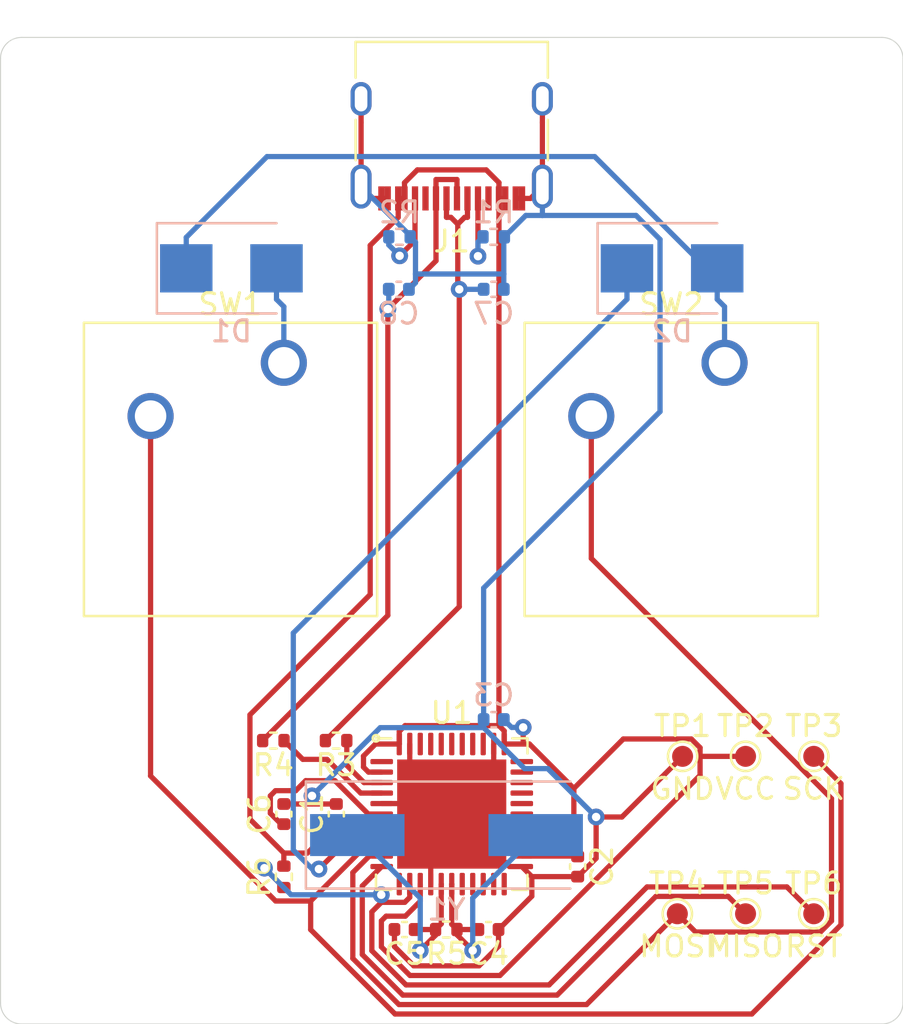
<source format=kicad_pcb>
(kicad_pcb (version 20171130) (host pcbnew "(5.1.12)-1")

  (general
    (thickness 1.6)
    (drawings 10)
    (tracks 251)
    (zones 0)
    (modules 27)
    (nets 44)
  )

  (page A4)
  (title_block
    (title "BKLabs 2x")
    (date 2024-06-22)
    (rev 1.0)
  )

  (layers
    (0 F.Cu signal)
    (31 B.Cu signal)
    (32 B.Adhes user)
    (33 F.Adhes user)
    (34 B.Paste user)
    (35 F.Paste user)
    (36 B.SilkS user)
    (37 F.SilkS user)
    (38 B.Mask user)
    (39 F.Mask user)
    (40 Dwgs.User user)
    (41 Cmts.User user)
    (42 Eco1.User user)
    (43 Eco2.User user)
    (44 Edge.Cuts user)
    (45 Margin user)
    (46 B.CrtYd user)
    (47 F.CrtYd user)
    (48 B.Fab user)
    (49 F.Fab user)
  )

  (setup
    (last_trace_width 0.25)
    (trace_clearance 0.2)
    (zone_clearance 0.508)
    (zone_45_only no)
    (trace_min 0.2)
    (via_size 0.8)
    (via_drill 0.4)
    (via_min_size 0.4)
    (via_min_drill 0.3)
    (uvia_size 0.3)
    (uvia_drill 0.1)
    (uvias_allowed no)
    (uvia_min_size 0.2)
    (uvia_min_drill 0.1)
    (edge_width 0.05)
    (segment_width 0.2)
    (pcb_text_width 0.3)
    (pcb_text_size 1.5 1.5)
    (mod_edge_width 0.12)
    (mod_text_size 1 1)
    (mod_text_width 0.15)
    (pad_size 1.524 1.524)
    (pad_drill 0.762)
    (pad_to_mask_clearance 0)
    (aux_axis_origin 0 0)
    (visible_elements 7FFFFFFF)
    (pcbplotparams
      (layerselection 0x010fc_ffffffff)
      (usegerberextensions false)
      (usegerberattributes true)
      (usegerberadvancedattributes true)
      (creategerberjobfile true)
      (excludeedgelayer true)
      (linewidth 0.100000)
      (plotframeref false)
      (viasonmask false)
      (mode 1)
      (useauxorigin false)
      (hpglpennumber 1)
      (hpglpenspeed 20)
      (hpglpendiameter 15.000000)
      (psnegative false)
      (psa4output false)
      (plotreference true)
      (plotvalue true)
      (plotinvisibletext false)
      (padsonsilk false)
      (subtractmaskfromsilk false)
      (outputformat 1)
      (mirror false)
      (drillshape 0)
      (scaleselection 1)
      (outputdirectory ""))
  )

  (net 0 "")
  (net 1 GND)
  (net 2 /VB)
  (net 3 "Net-(C4-Pad2)")
  (net 4 "Net-(C5-Pad1)")
  (net 5 "Net-(C6-Pad1)")
  (net 6 "Net-(D1-Pad1)")
  (net 7 "Net-(D1-Pad2)")
  (net 8 /R0)
  (net 9 "Net-(J1-PadB5)")
  (net 10 "Net-(J1-PadA8)")
  (net 11 /DP)
  (net 12 /DM)
  (net 13 "Net-(J1-PadA5)")
  (net 14 "Net-(J1-PadB8)")
  (net 15 "Net-(R3-Pad1)")
  (net 16 "Net-(R4-Pad1)")
  (net 17 /C0)
  (net 18 /C1)
  (net 19 "Net-(U1-Pad1)")
  (net 20 "Net-(U1-Pad12)")
  (net 21 "Net-(U1-Pad18)")
  (net 22 "Net-(U1-Pad19)")
  (net 23 "Net-(U1-Pad20)")
  (net 24 "Net-(U1-Pad21)")
  (net 25 "Net-(U1-Pad22)")
  (net 26 "Net-(U1-Pad25)")
  (net 27 "Net-(U1-Pad26)")
  (net 28 "Net-(U1-Pad27)")
  (net 29 "Net-(U1-Pad28)")
  (net 30 "Net-(U1-Pad29)")
  (net 31 "Net-(U1-Pad30)")
  (net 32 "Net-(U1-Pad31)")
  (net 33 "Net-(U1-Pad32)")
  (net 34 "Net-(U1-Pad33)")
  (net 35 "Net-(U1-Pad36)")
  (net 36 "Net-(U1-Pad37)")
  (net 37 "Net-(U1-Pad38)")
  (net 38 "Net-(U1-Pad39)")
  (net 39 "Net-(U1-Pad40)")
  (net 40 "Net-(U1-Pad41)")
  (net 41 "Net-(U1-Pad42)")
  (net 42 /RST)
  (net 43 /MISO)

  (net_class Default "This is the default net class."
    (clearance 0.2)
    (trace_width 0.25)
    (via_dia 0.8)
    (via_drill 0.4)
    (uvia_dia 0.3)
    (uvia_drill 0.1)
    (add_net /C0)
    (add_net /C1)
    (add_net /DM)
    (add_net /DP)
    (add_net /MISO)
    (add_net /R0)
    (add_net /RST)
    (add_net /VB)
    (add_net GND)
    (add_net "Net-(C4-Pad2)")
    (add_net "Net-(C5-Pad1)")
    (add_net "Net-(C6-Pad1)")
    (add_net "Net-(D1-Pad1)")
    (add_net "Net-(D1-Pad2)")
    (add_net "Net-(J1-PadA5)")
    (add_net "Net-(J1-PadA8)")
    (add_net "Net-(J1-PadB5)")
    (add_net "Net-(J1-PadB8)")
    (add_net "Net-(R3-Pad1)")
    (add_net "Net-(R4-Pad1)")
    (add_net "Net-(U1-Pad1)")
    (add_net "Net-(U1-Pad12)")
    (add_net "Net-(U1-Pad18)")
    (add_net "Net-(U1-Pad19)")
    (add_net "Net-(U1-Pad20)")
    (add_net "Net-(U1-Pad21)")
    (add_net "Net-(U1-Pad22)")
    (add_net "Net-(U1-Pad25)")
    (add_net "Net-(U1-Pad26)")
    (add_net "Net-(U1-Pad27)")
    (add_net "Net-(U1-Pad28)")
    (add_net "Net-(U1-Pad29)")
    (add_net "Net-(U1-Pad30)")
    (add_net "Net-(U1-Pad31)")
    (add_net "Net-(U1-Pad32)")
    (add_net "Net-(U1-Pad33)")
    (add_net "Net-(U1-Pad36)")
    (add_net "Net-(U1-Pad37)")
    (add_net "Net-(U1-Pad38)")
    (add_net "Net-(U1-Pad39)")
    (add_net "Net-(U1-Pad40)")
    (add_net "Net-(U1-Pad41)")
    (add_net "Net-(U1-Pad42)")
  )

  (module TestPoint:TestPoint_Pad_D1.0mm (layer F.Cu) (tedit 5A0F774F) (tstamp 66B3EED4)
    (at 167.25 114.25)
    (descr "SMD pad as test Point, diameter 1.0mm")
    (tags "test point SMD pad")
    (path /66B62F94)
    (attr virtual)
    (fp_text reference TP6 (at 0 -1.448) (layer F.SilkS)
      (effects (font (size 1 1) (thickness 0.15)))
    )
    (fp_text value RST (at 0 1.55) (layer F.SilkS)
      (effects (font (size 1 1) (thickness 0.15)))
    )
    (fp_text user %R (at 0 -1.45) (layer F.Fab)
      (effects (font (size 1 1) (thickness 0.15)))
    )
    (fp_circle (center 0 0) (end 1 0) (layer F.CrtYd) (width 0.05))
    (fp_circle (center 0 0) (end 0 0.7) (layer F.SilkS) (width 0.12))
    (pad 1 smd circle (at 0 0) (size 1 1) (layers F.Cu F.Mask)
      (net 42 /RST))
  )

  (module TestPoint:TestPoint_Pad_D1.0mm (layer F.Cu) (tedit 5A0F774F) (tstamp 66B3EECC)
    (at 164 114.25)
    (descr "SMD pad as test Point, diameter 1.0mm")
    (tags "test point SMD pad")
    (path /66B62DC6)
    (attr virtual)
    (fp_text reference TP5 (at 0 -1.448) (layer F.SilkS)
      (effects (font (size 1 1) (thickness 0.15)))
    )
    (fp_text value MISO (at 0 1.55) (layer F.SilkS)
      (effects (font (size 1 1) (thickness 0.15)))
    )
    (fp_text user %R (at 0 -1.45) (layer F.Fab)
      (effects (font (size 1 1) (thickness 0.15)))
    )
    (fp_circle (center 0 0) (end 1 0) (layer F.CrtYd) (width 0.05))
    (fp_circle (center 0 0) (end 0 0.7) (layer F.SilkS) (width 0.12))
    (pad 1 smd circle (at 0 0) (size 1 1) (layers F.Cu F.Mask)
      (net 43 /MISO))
  )

  (module TestPoint:TestPoint_Pad_D1.0mm (layer F.Cu) (tedit 5A0F774F) (tstamp 66B3EEC4)
    (at 160.75 114.25)
    (descr "SMD pad as test Point, diameter 1.0mm")
    (tags "test point SMD pad")
    (path /66B62AC1)
    (attr virtual)
    (fp_text reference TP4 (at 0 -1.448) (layer F.SilkS)
      (effects (font (size 1 1) (thickness 0.15)))
    )
    (fp_text value MOSI (at 0 1.55) (layer F.SilkS)
      (effects (font (size 1 1) (thickness 0.15)))
    )
    (fp_text user %R (at 0 -1.45) (layer F.Fab)
      (effects (font (size 1 1) (thickness 0.15)))
    )
    (fp_circle (center 0 0) (end 1 0) (layer F.CrtYd) (width 0.05))
    (fp_circle (center 0 0) (end 0 0.7) (layer F.SilkS) (width 0.12))
    (pad 1 smd circle (at 0 0) (size 1 1) (layers F.Cu F.Mask)
      (net 18 /C1))
  )

  (module TestPoint:TestPoint_Pad_D1.0mm (layer F.Cu) (tedit 5A0F774F) (tstamp 66B3EEBC)
    (at 167.25 106.75)
    (descr "SMD pad as test Point, diameter 1.0mm")
    (tags "test point SMD pad")
    (path /66B627AE)
    (attr virtual)
    (fp_text reference TP3 (at 0 -1.448) (layer F.SilkS)
      (effects (font (size 1 1) (thickness 0.15)))
    )
    (fp_text value SCK (at 0 1.55) (layer F.SilkS)
      (effects (font (size 1 1) (thickness 0.15)))
    )
    (fp_text user %R (at 0 -1.45) (layer F.Fab)
      (effects (font (size 1 1) (thickness 0.15)))
    )
    (fp_circle (center 0 0) (end 1 0) (layer F.CrtYd) (width 0.05))
    (fp_circle (center 0 0) (end 0 0.7) (layer F.SilkS) (width 0.12))
    (pad 1 smd circle (at 0 0) (size 1 1) (layers F.Cu F.Mask)
      (net 17 /C0))
  )

  (module TestPoint:TestPoint_Pad_D1.0mm (layer F.Cu) (tedit 5A0F774F) (tstamp 66B3EEB4)
    (at 164 106.75)
    (descr "SMD pad as test Point, diameter 1.0mm")
    (tags "test point SMD pad")
    (path /66B6247A)
    (attr virtual)
    (fp_text reference TP2 (at 0 -1.448) (layer F.SilkS)
      (effects (font (size 1 1) (thickness 0.15)))
    )
    (fp_text value VCC (at 0 1.55) (layer F.SilkS)
      (effects (font (size 1 1) (thickness 0.15)))
    )
    (fp_text user %R (at 0 -1.45) (layer F.Fab)
      (effects (font (size 1 1) (thickness 0.15)))
    )
    (fp_circle (center 0 0) (end 1 0) (layer F.CrtYd) (width 0.05))
    (fp_circle (center 0 0) (end 0 0.7) (layer F.SilkS) (width 0.12))
    (pad 1 smd circle (at 0 0) (size 1 1) (layers F.Cu F.Mask)
      (net 2 /VB))
  )

  (module TestPoint:TestPoint_Pad_D1.0mm (layer F.Cu) (tedit 5A0F774F) (tstamp 66B3EEAC)
    (at 161 106.75)
    (descr "SMD pad as test Point, diameter 1.0mm")
    (tags "test point SMD pad")
    (path /66B619AB)
    (attr virtual)
    (fp_text reference TP1 (at 0 -1.448) (layer F.SilkS)
      (effects (font (size 1 1) (thickness 0.15)))
    )
    (fp_text value GND (at 0 1.55) (layer F.SilkS)
      (effects (font (size 1 1) (thickness 0.15)))
    )
    (fp_text user %R (at 0 -1.45) (layer F.Fab)
      (effects (font (size 1 1) (thickness 0.15)))
    )
    (fp_circle (center 0 0) (end 1 0) (layer F.CrtYd) (width 0.05))
    (fp_circle (center 0 0) (end 0 0.7) (layer F.SilkS) (width 0.12))
    (pad 1 smd circle (at 0 0) (size 1 1) (layers F.Cu F.Mask)
      (net 1 GND))
  )

  (module Resistor_SMD:R_0402_1005Metric (layer F.Cu) (tedit 5F68FEEE) (tstamp 66B3FE17)
    (at 142 112.49 90)
    (descr "Resistor SMD 0402 (1005 Metric), square (rectangular) end terminal, IPC_7351 nominal, (Body size source: IPC-SM-782 page 72, https://www.pcb-3d.com/wordpress/wp-content/uploads/ipc-sm-782a_amendment_1_and_2.pdf), generated with kicad-footprint-generator")
    (tags resistor)
    (path /668EE3EB)
    (attr smd)
    (fp_text reference R6 (at 0 -1.17 90) (layer F.SilkS)
      (effects (font (size 1 1) (thickness 0.15)))
    )
    (fp_text value 10k (at 0 1.17 90) (layer F.Fab)
      (effects (font (size 1 1) (thickness 0.15)))
    )
    (fp_line (start -0.525 0.27) (end -0.525 -0.27) (layer F.Fab) (width 0.1))
    (fp_line (start -0.525 -0.27) (end 0.525 -0.27) (layer F.Fab) (width 0.1))
    (fp_line (start 0.525 -0.27) (end 0.525 0.27) (layer F.Fab) (width 0.1))
    (fp_line (start 0.525 0.27) (end -0.525 0.27) (layer F.Fab) (width 0.1))
    (fp_line (start -0.153641 -0.38) (end 0.153641 -0.38) (layer F.SilkS) (width 0.12))
    (fp_line (start -0.153641 0.38) (end 0.153641 0.38) (layer F.SilkS) (width 0.12))
    (fp_line (start -0.93 0.47) (end -0.93 -0.47) (layer F.CrtYd) (width 0.05))
    (fp_line (start -0.93 -0.47) (end 0.93 -0.47) (layer F.CrtYd) (width 0.05))
    (fp_line (start 0.93 -0.47) (end 0.93 0.47) (layer F.CrtYd) (width 0.05))
    (fp_line (start 0.93 0.47) (end -0.93 0.47) (layer F.CrtYd) (width 0.05))
    (fp_text user %R (at 0 0 90) (layer F.Fab)
      (effects (font (size 0.26 0.26) (thickness 0.04)))
    )
    (pad 2 smd roundrect (at 0.51 0 90) (size 0.54 0.64) (layers F.Cu F.Paste F.Mask) (roundrect_rratio 0.25)
      (net 2 /VB))
    (pad 1 smd roundrect (at -0.51 0 90) (size 0.54 0.64) (layers F.Cu F.Paste F.Mask) (roundrect_rratio 0.25)
      (net 42 /RST))
    (model ${KISYS3DMOD}/Resistor_SMD.3dshapes/R_0402_1005Metric.wrl
      (at (xyz 0 0 0))
      (scale (xyz 1 1 1))
      (rotate (xyz 0 0 0))
    )
  )

  (module Resistor_SMD:R_0402_1005Metric (layer F.Cu) (tedit 5F68FEEE) (tstamp 66B3FDE7)
    (at 149.74 115)
    (descr "Resistor SMD 0402 (1005 Metric), square (rectangular) end terminal, IPC_7351 nominal, (Body size source: IPC-SM-782 page 72, https://www.pcb-3d.com/wordpress/wp-content/uploads/ipc-sm-782a_amendment_1_and_2.pdf), generated with kicad-footprint-generator")
    (tags resistor)
    (path /668F32FC)
    (attr smd)
    (fp_text reference R5 (at 0.01 1.15) (layer F.SilkS)
      (effects (font (size 1 1) (thickness 0.15)))
    )
    (fp_text value 1M (at 0 1.17) (layer F.Fab)
      (effects (font (size 1 1) (thickness 0.15)))
    )
    (fp_line (start -0.525 0.27) (end -0.525 -0.27) (layer F.Fab) (width 0.1))
    (fp_line (start -0.525 -0.27) (end 0.525 -0.27) (layer F.Fab) (width 0.1))
    (fp_line (start 0.525 -0.27) (end 0.525 0.27) (layer F.Fab) (width 0.1))
    (fp_line (start 0.525 0.27) (end -0.525 0.27) (layer F.Fab) (width 0.1))
    (fp_line (start -0.153641 -0.38) (end 0.153641 -0.38) (layer F.SilkS) (width 0.12))
    (fp_line (start -0.153641 0.38) (end 0.153641 0.38) (layer F.SilkS) (width 0.12))
    (fp_line (start -0.93 0.47) (end -0.93 -0.47) (layer F.CrtYd) (width 0.05))
    (fp_line (start -0.93 -0.47) (end 0.93 -0.47) (layer F.CrtYd) (width 0.05))
    (fp_line (start 0.93 -0.47) (end 0.93 0.47) (layer F.CrtYd) (width 0.05))
    (fp_line (start 0.93 0.47) (end -0.93 0.47) (layer F.CrtYd) (width 0.05))
    (fp_text user %R (at 0 0) (layer F.Fab)
      (effects (font (size 0.26 0.26) (thickness 0.04)))
    )
    (pad 2 smd roundrect (at 0.51 0) (size 0.54 0.64) (layers F.Cu F.Paste F.Mask) (roundrect_rratio 0.25)
      (net 3 "Net-(C4-Pad2)"))
    (pad 1 smd roundrect (at -0.51 0) (size 0.54 0.64) (layers F.Cu F.Paste F.Mask) (roundrect_rratio 0.25)
      (net 4 "Net-(C5-Pad1)"))
    (model ${KISYS3DMOD}/Resistor_SMD.3dshapes/R_0402_1005Metric.wrl
      (at (xyz 0 0 0))
      (scale (xyz 1 1 1))
      (rotate (xyz 0 0 0))
    )
  )

  (module Capacitor_SMD:C_0402_1005Metric (layer B.Cu) (tedit 5F68FEEE) (tstamp 668F06BC)
    (at 147.48 84.5)
    (descr "Capacitor SMD 0402 (1005 Metric), square (rectangular) end terminal, IPC_7351 nominal, (Body size source: IPC-SM-782 page 76, https://www.pcb-3d.com/wordpress/wp-content/uploads/ipc-sm-782a_amendment_1_and_2.pdf), generated with kicad-footprint-generator")
    (tags capacitor)
    (path /668F178F)
    (attr smd)
    (fp_text reference C8 (at 0 1.16) (layer B.SilkS)
      (effects (font (size 1 1) (thickness 0.15)) (justify mirror))
    )
    (fp_text value 5pF (at 0 -1.16) (layer B.Fab)
      (effects (font (size 1 1) (thickness 0.15)) (justify mirror))
    )
    (fp_line (start -0.5 -0.25) (end -0.5 0.25) (layer B.Fab) (width 0.1))
    (fp_line (start -0.5 0.25) (end 0.5 0.25) (layer B.Fab) (width 0.1))
    (fp_line (start 0.5 0.25) (end 0.5 -0.25) (layer B.Fab) (width 0.1))
    (fp_line (start 0.5 -0.25) (end -0.5 -0.25) (layer B.Fab) (width 0.1))
    (fp_line (start -0.107836 0.36) (end 0.107836 0.36) (layer B.SilkS) (width 0.12))
    (fp_line (start -0.107836 -0.36) (end 0.107836 -0.36) (layer B.SilkS) (width 0.12))
    (fp_line (start -0.91 -0.46) (end -0.91 0.46) (layer B.CrtYd) (width 0.05))
    (fp_line (start -0.91 0.46) (end 0.91 0.46) (layer B.CrtYd) (width 0.05))
    (fp_line (start 0.91 0.46) (end 0.91 -0.46) (layer B.CrtYd) (width 0.05))
    (fp_line (start 0.91 -0.46) (end -0.91 -0.46) (layer B.CrtYd) (width 0.05))
    (fp_text user %R (at 0 0) (layer B.Fab)
      (effects (font (size 0.25 0.25) (thickness 0.04)) (justify mirror))
    )
    (pad 2 smd roundrect (at 0.48 0) (size 0.56 0.62) (layers B.Cu B.Paste B.Mask) (roundrect_rratio 0.25)
      (net 1 GND))
    (pad 1 smd roundrect (at -0.48 0) (size 0.56 0.62) (layers B.Cu B.Paste B.Mask) (roundrect_rratio 0.25)
      (net 11 /DP))
    (model ${KISYS3DMOD}/Capacitor_SMD.3dshapes/C_0402_1005Metric.wrl
      (at (xyz 0 0 0))
      (scale (xyz 1 1 1))
      (rotate (xyz 0 0 0))
    )
  )

  (module Capacitor_SMD:C_0402_1005Metric (layer B.Cu) (tedit 5F68FEEE) (tstamp 668F06AB)
    (at 152 84.5)
    (descr "Capacitor SMD 0402 (1005 Metric), square (rectangular) end terminal, IPC_7351 nominal, (Body size source: IPC-SM-782 page 76, https://www.pcb-3d.com/wordpress/wp-content/uploads/ipc-sm-782a_amendment_1_and_2.pdf), generated with kicad-footprint-generator")
    (tags capacitor)
    (path /668F0D1A)
    (attr smd)
    (fp_text reference C7 (at 0 1.16) (layer B.SilkS)
      (effects (font (size 1 1) (thickness 0.15)) (justify mirror))
    )
    (fp_text value 5pF (at 0 -1.16) (layer B.Fab)
      (effects (font (size 1 1) (thickness 0.15)) (justify mirror))
    )
    (fp_line (start -0.5 -0.25) (end -0.5 0.25) (layer B.Fab) (width 0.1))
    (fp_line (start -0.5 0.25) (end 0.5 0.25) (layer B.Fab) (width 0.1))
    (fp_line (start 0.5 0.25) (end 0.5 -0.25) (layer B.Fab) (width 0.1))
    (fp_line (start 0.5 -0.25) (end -0.5 -0.25) (layer B.Fab) (width 0.1))
    (fp_line (start -0.107836 0.36) (end 0.107836 0.36) (layer B.SilkS) (width 0.12))
    (fp_line (start -0.107836 -0.36) (end 0.107836 -0.36) (layer B.SilkS) (width 0.12))
    (fp_line (start -0.91 -0.46) (end -0.91 0.46) (layer B.CrtYd) (width 0.05))
    (fp_line (start -0.91 0.46) (end 0.91 0.46) (layer B.CrtYd) (width 0.05))
    (fp_line (start 0.91 0.46) (end 0.91 -0.46) (layer B.CrtYd) (width 0.05))
    (fp_line (start 0.91 -0.46) (end -0.91 -0.46) (layer B.CrtYd) (width 0.05))
    (fp_text user %R (at 0 0) (layer B.Fab)
      (effects (font (size 0.25 0.25) (thickness 0.04)) (justify mirror))
    )
    (pad 2 smd roundrect (at 0.48 0) (size 0.56 0.62) (layers B.Cu B.Paste B.Mask) (roundrect_rratio 0.25)
      (net 1 GND))
    (pad 1 smd roundrect (at -0.48 0) (size 0.56 0.62) (layers B.Cu B.Paste B.Mask) (roundrect_rratio 0.25)
      (net 12 /DM))
    (model ${KISYS3DMOD}/Capacitor_SMD.3dshapes/C_0402_1005Metric.wrl
      (at (xyz 0 0 0))
      (scale (xyz 1 1 1))
      (rotate (xyz 0 0 0))
    )
  )

  (module Capacitor_SMD:C_0402_1005Metric (layer F.Cu) (tedit 5F68FEEE) (tstamp 66B3FDB7)
    (at 144.5 109.5 90)
    (descr "Capacitor SMD 0402 (1005 Metric), square (rectangular) end terminal, IPC_7351 nominal, (Body size source: IPC-SM-782 page 76, https://www.pcb-3d.com/wordpress/wp-content/uploads/ipc-sm-782a_amendment_1_and_2.pdf), generated with kicad-footprint-generator")
    (tags capacitor)
    (path /6679C95A)
    (attr smd)
    (fp_text reference C1 (at 0 -1.16 90) (layer F.SilkS)
      (effects (font (size 1 1) (thickness 0.15)))
    )
    (fp_text value 100nF (at 0 1.16 90) (layer F.Fab)
      (effects (font (size 1 1) (thickness 0.15)))
    )
    (fp_line (start -0.5 0.25) (end -0.5 -0.25) (layer F.Fab) (width 0.1))
    (fp_line (start -0.5 -0.25) (end 0.5 -0.25) (layer F.Fab) (width 0.1))
    (fp_line (start 0.5 -0.25) (end 0.5 0.25) (layer F.Fab) (width 0.1))
    (fp_line (start 0.5 0.25) (end -0.5 0.25) (layer F.Fab) (width 0.1))
    (fp_line (start -0.107836 -0.36) (end 0.107836 -0.36) (layer F.SilkS) (width 0.12))
    (fp_line (start -0.107836 0.36) (end 0.107836 0.36) (layer F.SilkS) (width 0.12))
    (fp_line (start -0.91 0.46) (end -0.91 -0.46) (layer F.CrtYd) (width 0.05))
    (fp_line (start -0.91 -0.46) (end 0.91 -0.46) (layer F.CrtYd) (width 0.05))
    (fp_line (start 0.91 -0.46) (end 0.91 0.46) (layer F.CrtYd) (width 0.05))
    (fp_line (start 0.91 0.46) (end -0.91 0.46) (layer F.CrtYd) (width 0.05))
    (fp_text user %R (at 0 0 90) (layer F.Fab)
      (effects (font (size 0.25 0.25) (thickness 0.04)))
    )
    (pad 2 smd roundrect (at 0.48 0 90) (size 0.56 0.62) (layers F.Cu F.Paste F.Mask) (roundrect_rratio 0.25)
      (net 1 GND))
    (pad 1 smd roundrect (at -0.48 0 90) (size 0.56 0.62) (layers F.Cu F.Paste F.Mask) (roundrect_rratio 0.25)
      (net 2 /VB))
    (model ${KISYS3DMOD}/Capacitor_SMD.3dshapes/C_0402_1005Metric.wrl
      (at (xyz 0 0 0))
      (scale (xyz 1 1 1))
      (rotate (xyz 0 0 0))
    )
  )

  (module Capacitor_SMD:C_0402_1005Metric (layer F.Cu) (tedit 5F68FEEE) (tstamp 66B3FD27)
    (at 156 112 270)
    (descr "Capacitor SMD 0402 (1005 Metric), square (rectangular) end terminal, IPC_7351 nominal, (Body size source: IPC-SM-782 page 76, https://www.pcb-3d.com/wordpress/wp-content/uploads/ipc-sm-782a_amendment_1_and_2.pdf), generated with kicad-footprint-generator")
    (tags capacitor)
    (path /6679D0EF)
    (attr smd)
    (fp_text reference C2 (at 0 -1.16 90) (layer F.SilkS)
      (effects (font (size 1 1) (thickness 0.15)))
    )
    (fp_text value 100nF (at 0 1.16 90) (layer F.Fab)
      (effects (font (size 1 1) (thickness 0.15)))
    )
    (fp_line (start 0.91 0.46) (end -0.91 0.46) (layer F.CrtYd) (width 0.05))
    (fp_line (start 0.91 -0.46) (end 0.91 0.46) (layer F.CrtYd) (width 0.05))
    (fp_line (start -0.91 -0.46) (end 0.91 -0.46) (layer F.CrtYd) (width 0.05))
    (fp_line (start -0.91 0.46) (end -0.91 -0.46) (layer F.CrtYd) (width 0.05))
    (fp_line (start -0.107836 0.36) (end 0.107836 0.36) (layer F.SilkS) (width 0.12))
    (fp_line (start -0.107836 -0.36) (end 0.107836 -0.36) (layer F.SilkS) (width 0.12))
    (fp_line (start 0.5 0.25) (end -0.5 0.25) (layer F.Fab) (width 0.1))
    (fp_line (start 0.5 -0.25) (end 0.5 0.25) (layer F.Fab) (width 0.1))
    (fp_line (start -0.5 -0.25) (end 0.5 -0.25) (layer F.Fab) (width 0.1))
    (fp_line (start -0.5 0.25) (end -0.5 -0.25) (layer F.Fab) (width 0.1))
    (fp_text user %R (at 0 0 90) (layer F.Fab)
      (effects (font (size 0.25 0.25) (thickness 0.04)))
    )
    (pad 1 smd roundrect (at -0.48 0 270) (size 0.56 0.62) (layers F.Cu F.Paste F.Mask) (roundrect_rratio 0.25)
      (net 2 /VB))
    (pad 2 smd roundrect (at 0.48 0 270) (size 0.56 0.62) (layers F.Cu F.Paste F.Mask) (roundrect_rratio 0.25)
      (net 1 GND))
    (model ${KISYS3DMOD}/Capacitor_SMD.3dshapes/C_0402_1005Metric.wrl
      (at (xyz 0 0 0))
      (scale (xyz 1 1 1))
      (rotate (xyz 0 0 0))
    )
  )

  (module Capacitor_SMD:C_0402_1005Metric (layer B.Cu) (tedit 5F68FEEE) (tstamp 66B3FD87)
    (at 152 105 180)
    (descr "Capacitor SMD 0402 (1005 Metric), square (rectangular) end terminal, IPC_7351 nominal, (Body size source: IPC-SM-782 page 76, https://www.pcb-3d.com/wordpress/wp-content/uploads/ipc-sm-782a_amendment_1_and_2.pdf), generated with kicad-footprint-generator")
    (tags capacitor)
    (path /6679D4AF)
    (attr smd)
    (fp_text reference C3 (at 0 1.16) (layer B.SilkS)
      (effects (font (size 1 1) (thickness 0.15)) (justify mirror))
    )
    (fp_text value 100nF (at 0 -1.16) (layer B.Fab)
      (effects (font (size 1 1) (thickness 0.15)) (justify mirror))
    )
    (fp_line (start -0.5 -0.25) (end -0.5 0.25) (layer B.Fab) (width 0.1))
    (fp_line (start -0.5 0.25) (end 0.5 0.25) (layer B.Fab) (width 0.1))
    (fp_line (start 0.5 0.25) (end 0.5 -0.25) (layer B.Fab) (width 0.1))
    (fp_line (start 0.5 -0.25) (end -0.5 -0.25) (layer B.Fab) (width 0.1))
    (fp_line (start -0.107836 0.36) (end 0.107836 0.36) (layer B.SilkS) (width 0.12))
    (fp_line (start -0.107836 -0.36) (end 0.107836 -0.36) (layer B.SilkS) (width 0.12))
    (fp_line (start -0.91 -0.46) (end -0.91 0.46) (layer B.CrtYd) (width 0.05))
    (fp_line (start -0.91 0.46) (end 0.91 0.46) (layer B.CrtYd) (width 0.05))
    (fp_line (start 0.91 0.46) (end 0.91 -0.46) (layer B.CrtYd) (width 0.05))
    (fp_line (start 0.91 -0.46) (end -0.91 -0.46) (layer B.CrtYd) (width 0.05))
    (fp_text user %R (at 0 0) (layer B.Fab)
      (effects (font (size 0.25 0.25) (thickness 0.04)) (justify mirror))
    )
    (pad 2 smd roundrect (at 0.48 0 180) (size 0.56 0.62) (layers B.Cu B.Paste B.Mask) (roundrect_rratio 0.25)
      (net 1 GND))
    (pad 1 smd roundrect (at -0.48 0 180) (size 0.56 0.62) (layers B.Cu B.Paste B.Mask) (roundrect_rratio 0.25)
      (net 2 /VB))
    (model ${KISYS3DMOD}/Capacitor_SMD.3dshapes/C_0402_1005Metric.wrl
      (at (xyz 0 0 0))
      (scale (xyz 1 1 1))
      (rotate (xyz 0 0 0))
    )
  )

  (module Capacitor_SMD:C_0402_1005Metric (layer F.Cu) (tedit 5F68FEEE) (tstamp 66B3FB35)
    (at 151.75 115 180)
    (descr "Capacitor SMD 0402 (1005 Metric), square (rectangular) end terminal, IPC_7351 nominal, (Body size source: IPC-SM-782 page 76, https://www.pcb-3d.com/wordpress/wp-content/uploads/ipc-sm-782a_amendment_1_and_2.pdf), generated with kicad-footprint-generator")
    (tags capacitor)
    (path /667991D8)
    (attr smd)
    (fp_text reference C4 (at 0 -1.16) (layer F.SilkS)
      (effects (font (size 1 1) (thickness 0.15)))
    )
    (fp_text value 15pF (at 0 1.16) (layer F.Fab)
      (effects (font (size 1 1) (thickness 0.15)))
    )
    (fp_line (start 0.91 0.46) (end -0.91 0.46) (layer F.CrtYd) (width 0.05))
    (fp_line (start 0.91 -0.46) (end 0.91 0.46) (layer F.CrtYd) (width 0.05))
    (fp_line (start -0.91 -0.46) (end 0.91 -0.46) (layer F.CrtYd) (width 0.05))
    (fp_line (start -0.91 0.46) (end -0.91 -0.46) (layer F.CrtYd) (width 0.05))
    (fp_line (start -0.107836 0.36) (end 0.107836 0.36) (layer F.SilkS) (width 0.12))
    (fp_line (start -0.107836 -0.36) (end 0.107836 -0.36) (layer F.SilkS) (width 0.12))
    (fp_line (start 0.5 0.25) (end -0.5 0.25) (layer F.Fab) (width 0.1))
    (fp_line (start 0.5 -0.25) (end 0.5 0.25) (layer F.Fab) (width 0.1))
    (fp_line (start -0.5 -0.25) (end 0.5 -0.25) (layer F.Fab) (width 0.1))
    (fp_line (start -0.5 0.25) (end -0.5 -0.25) (layer F.Fab) (width 0.1))
    (fp_text user %R (at 0 0) (layer F.Fab)
      (effects (font (size 0.25 0.25) (thickness 0.04)))
    )
    (pad 1 smd roundrect (at -0.48 0 180) (size 0.56 0.62) (layers F.Cu F.Paste F.Mask) (roundrect_rratio 0.25)
      (net 1 GND))
    (pad 2 smd roundrect (at 0.48 0 180) (size 0.56 0.62) (layers F.Cu F.Paste F.Mask) (roundrect_rratio 0.25)
      (net 3 "Net-(C4-Pad2)"))
    (model ${KISYS3DMOD}/Capacitor_SMD.3dshapes/C_0402_1005Metric.wrl
      (at (xyz 0 0 0))
      (scale (xyz 1 1 1))
      (rotate (xyz 0 0 0))
    )
  )

  (module Capacitor_SMD:C_0402_1005Metric (layer F.Cu) (tedit 5F68FEEE) (tstamp 66B3FCB8)
    (at 147.75 115 180)
    (descr "Capacitor SMD 0402 (1005 Metric), square (rectangular) end terminal, IPC_7351 nominal, (Body size source: IPC-SM-782 page 76, https://www.pcb-3d.com/wordpress/wp-content/uploads/ipc-sm-782a_amendment_1_and_2.pdf), generated with kicad-footprint-generator")
    (tags capacitor)
    (path /66797C88)
    (attr smd)
    (fp_text reference C5 (at 0 -1.16) (layer F.SilkS)
      (effects (font (size 1 1) (thickness 0.15)))
    )
    (fp_text value 15pF (at 0 1.16) (layer F.Fab)
      (effects (font (size 1 1) (thickness 0.15)))
    )
    (fp_line (start -0.5 0.25) (end -0.5 -0.25) (layer F.Fab) (width 0.1))
    (fp_line (start -0.5 -0.25) (end 0.5 -0.25) (layer F.Fab) (width 0.1))
    (fp_line (start 0.5 -0.25) (end 0.5 0.25) (layer F.Fab) (width 0.1))
    (fp_line (start 0.5 0.25) (end -0.5 0.25) (layer F.Fab) (width 0.1))
    (fp_line (start -0.107836 -0.36) (end 0.107836 -0.36) (layer F.SilkS) (width 0.12))
    (fp_line (start -0.107836 0.36) (end 0.107836 0.36) (layer F.SilkS) (width 0.12))
    (fp_line (start -0.91 0.46) (end -0.91 -0.46) (layer F.CrtYd) (width 0.05))
    (fp_line (start -0.91 -0.46) (end 0.91 -0.46) (layer F.CrtYd) (width 0.05))
    (fp_line (start 0.91 -0.46) (end 0.91 0.46) (layer F.CrtYd) (width 0.05))
    (fp_line (start 0.91 0.46) (end -0.91 0.46) (layer F.CrtYd) (width 0.05))
    (fp_text user %R (at 0 0) (layer F.Fab)
      (effects (font (size 0.25 0.25) (thickness 0.04)))
    )
    (pad 2 smd roundrect (at 0.48 0 180) (size 0.56 0.62) (layers F.Cu F.Paste F.Mask) (roundrect_rratio 0.25)
      (net 1 GND))
    (pad 1 smd roundrect (at -0.48 0 180) (size 0.56 0.62) (layers F.Cu F.Paste F.Mask) (roundrect_rratio 0.25)
      (net 4 "Net-(C5-Pad1)"))
    (model ${KISYS3DMOD}/Capacitor_SMD.3dshapes/C_0402_1005Metric.wrl
      (at (xyz 0 0 0))
      (scale (xyz 1 1 1))
      (rotate (xyz 0 0 0))
    )
  )

  (module Capacitor_SMD:C_0402_1005Metric (layer F.Cu) (tedit 5F68FEEE) (tstamp 66B3FD57)
    (at 142 109.5 90)
    (descr "Capacitor SMD 0402 (1005 Metric), square (rectangular) end terminal, IPC_7351 nominal, (Body size source: IPC-SM-782 page 76, https://www.pcb-3d.com/wordpress/wp-content/uploads/ipc-sm-782a_amendment_1_and_2.pdf), generated with kicad-footprint-generator")
    (tags capacitor)
    (path /6676CB90)
    (attr smd)
    (fp_text reference C6 (at 0 -1.16 90) (layer F.SilkS)
      (effects (font (size 1 1) (thickness 0.15)))
    )
    (fp_text value 1uF (at 0 1.16 90) (layer F.Fab)
      (effects (font (size 1 1) (thickness 0.15)))
    )
    (fp_line (start 0.91 0.46) (end -0.91 0.46) (layer F.CrtYd) (width 0.05))
    (fp_line (start 0.91 -0.46) (end 0.91 0.46) (layer F.CrtYd) (width 0.05))
    (fp_line (start -0.91 -0.46) (end 0.91 -0.46) (layer F.CrtYd) (width 0.05))
    (fp_line (start -0.91 0.46) (end -0.91 -0.46) (layer F.CrtYd) (width 0.05))
    (fp_line (start -0.107836 0.36) (end 0.107836 0.36) (layer F.SilkS) (width 0.12))
    (fp_line (start -0.107836 -0.36) (end 0.107836 -0.36) (layer F.SilkS) (width 0.12))
    (fp_line (start 0.5 0.25) (end -0.5 0.25) (layer F.Fab) (width 0.1))
    (fp_line (start 0.5 -0.25) (end 0.5 0.25) (layer F.Fab) (width 0.1))
    (fp_line (start -0.5 -0.25) (end 0.5 -0.25) (layer F.Fab) (width 0.1))
    (fp_line (start -0.5 0.25) (end -0.5 -0.25) (layer F.Fab) (width 0.1))
    (fp_text user %R (at 0 0 90) (layer F.Fab)
      (effects (font (size 0.25 0.25) (thickness 0.04)))
    )
    (pad 1 smd roundrect (at -0.48 0 90) (size 0.56 0.62) (layers F.Cu F.Paste F.Mask) (roundrect_rratio 0.25)
      (net 5 "Net-(C6-Pad1)"))
    (pad 2 smd roundrect (at 0.48 0 90) (size 0.56 0.62) (layers F.Cu F.Paste F.Mask) (roundrect_rratio 0.25)
      (net 1 GND))
    (model ${KISYS3DMOD}/Capacitor_SMD.3dshapes/C_0402_1005Metric.wrl
      (at (xyz 0 0 0))
      (scale (xyz 1 1 1))
      (rotate (xyz 0 0 0))
    )
  )

  (module Diode_SMD:D_SMB (layer B.Cu) (tedit 58645DF3) (tstamp 6676CC89)
    (at 139.5 83.5)
    (descr "Diode SMB (DO-214AA)")
    (tags "Diode SMB (DO-214AA)")
    (path /66788E7E)
    (attr smd)
    (fp_text reference D1 (at 0 3) (layer B.SilkS)
      (effects (font (size 1 1) (thickness 0.15)) (justify mirror))
    )
    (fp_text value SS34B (at 0 -3.1) (layer B.Fab)
      (effects (font (size 1 1) (thickness 0.15)) (justify mirror))
    )
    (fp_line (start -3.55 2.15) (end 2.15 2.15) (layer B.SilkS) (width 0.12))
    (fp_line (start -3.55 -2.15) (end 2.15 -2.15) (layer B.SilkS) (width 0.12))
    (fp_line (start -0.64944 -0.00102) (end 0.50118 0.79908) (layer B.Fab) (width 0.1))
    (fp_line (start -0.64944 -0.00102) (end 0.50118 -0.75032) (layer B.Fab) (width 0.1))
    (fp_line (start 0.50118 -0.75032) (end 0.50118 0.79908) (layer B.Fab) (width 0.1))
    (fp_line (start -0.64944 0.79908) (end -0.64944 -0.80112) (layer B.Fab) (width 0.1))
    (fp_line (start 0.50118 -0.00102) (end 1.4994 -0.00102) (layer B.Fab) (width 0.1))
    (fp_line (start -0.64944 -0.00102) (end -1.55114 -0.00102) (layer B.Fab) (width 0.1))
    (fp_line (start -3.65 -2.25) (end -3.65 2.25) (layer B.CrtYd) (width 0.05))
    (fp_line (start 3.65 -2.25) (end -3.65 -2.25) (layer B.CrtYd) (width 0.05))
    (fp_line (start 3.65 2.25) (end 3.65 -2.25) (layer B.CrtYd) (width 0.05))
    (fp_line (start -3.65 2.25) (end 3.65 2.25) (layer B.CrtYd) (width 0.05))
    (fp_line (start 2.3 2) (end -2.3 2) (layer B.Fab) (width 0.1))
    (fp_line (start 2.3 2) (end 2.3 -2) (layer B.Fab) (width 0.1))
    (fp_line (start -2.3 -2) (end -2.3 2) (layer B.Fab) (width 0.1))
    (fp_line (start 2.3 -2) (end -2.3 -2) (layer B.Fab) (width 0.1))
    (fp_line (start -3.55 2.15) (end -3.55 -2.15) (layer B.SilkS) (width 0.12))
    (fp_text user %R (at 0 3) (layer B.Fab)
      (effects (font (size 1 1) (thickness 0.15)) (justify mirror))
    )
    (pad 1 smd rect (at -2.15 0) (size 2.5 2.3) (layers B.Cu B.Paste B.Mask)
      (net 6 "Net-(D1-Pad1)"))
    (pad 2 smd rect (at 2.15 0) (size 2.5 2.3) (layers B.Cu B.Paste B.Mask)
      (net 7 "Net-(D1-Pad2)"))
    (model ${KISYS3DMOD}/Diode_SMD.3dshapes/D_SMB.wrl
      (at (xyz 0 0 0))
      (scale (xyz 1 1 1))
      (rotate (xyz 0 0 0))
    )
  )

  (module Diode_SMD:D_SMB (layer B.Cu) (tedit 58645DF3) (tstamp 6676CCA1)
    (at 160.5 83.5)
    (descr "Diode SMB (DO-214AA)")
    (tags "Diode SMB (DO-214AA)")
    (path /6678A85C)
    (attr smd)
    (fp_text reference D2 (at 0 3) (layer B.SilkS)
      (effects (font (size 1 1) (thickness 0.15)) (justify mirror))
    )
    (fp_text value SS34B (at 0 -3.1) (layer B.Fab)
      (effects (font (size 1 1) (thickness 0.15)) (justify mirror))
    )
    (fp_line (start -3.55 2.15) (end -3.55 -2.15) (layer B.SilkS) (width 0.12))
    (fp_line (start 2.3 -2) (end -2.3 -2) (layer B.Fab) (width 0.1))
    (fp_line (start -2.3 -2) (end -2.3 2) (layer B.Fab) (width 0.1))
    (fp_line (start 2.3 2) (end 2.3 -2) (layer B.Fab) (width 0.1))
    (fp_line (start 2.3 2) (end -2.3 2) (layer B.Fab) (width 0.1))
    (fp_line (start -3.65 2.25) (end 3.65 2.25) (layer B.CrtYd) (width 0.05))
    (fp_line (start 3.65 2.25) (end 3.65 -2.25) (layer B.CrtYd) (width 0.05))
    (fp_line (start 3.65 -2.25) (end -3.65 -2.25) (layer B.CrtYd) (width 0.05))
    (fp_line (start -3.65 -2.25) (end -3.65 2.25) (layer B.CrtYd) (width 0.05))
    (fp_line (start -0.64944 -0.00102) (end -1.55114 -0.00102) (layer B.Fab) (width 0.1))
    (fp_line (start 0.50118 -0.00102) (end 1.4994 -0.00102) (layer B.Fab) (width 0.1))
    (fp_line (start -0.64944 0.79908) (end -0.64944 -0.80112) (layer B.Fab) (width 0.1))
    (fp_line (start 0.50118 -0.75032) (end 0.50118 0.79908) (layer B.Fab) (width 0.1))
    (fp_line (start -0.64944 -0.00102) (end 0.50118 -0.75032) (layer B.Fab) (width 0.1))
    (fp_line (start -0.64944 -0.00102) (end 0.50118 0.79908) (layer B.Fab) (width 0.1))
    (fp_line (start -3.55 -2.15) (end 2.15 -2.15) (layer B.SilkS) (width 0.12))
    (fp_line (start -3.55 2.15) (end 2.15 2.15) (layer B.SilkS) (width 0.12))
    (fp_text user %R (at 0 3) (layer B.Fab)
      (effects (font (size 1 1) (thickness 0.15)) (justify mirror))
    )
    (pad 2 smd rect (at 2.15 0) (size 2.5 2.3) (layers B.Cu B.Paste B.Mask)
      (net 6 "Net-(D1-Pad1)"))
    (pad 1 smd rect (at -2.15 0) (size 2.5 2.3) (layers B.Cu B.Paste B.Mask)
      (net 8 /R0))
    (model ${KISYS3DMOD}/Diode_SMD.3dshapes/D_SMB.wrl
      (at (xyz 0 0 0))
      (scale (xyz 1 1 1))
      (rotate (xyz 0 0 0))
    )
  )

  (module Connector_USB:USB_C_Receptacle_XKB_U262-16XN-4BVC11 (layer F.Cu) (tedit 5E1305FC) (tstamp 6676CCC9)
    (at 150 76.5 180)
    (descr "USB Type C, right-angle, SMT, https://datasheet.lcsc.com/szlcsc/1811141824_XKB-Enterprise-U262-161N-4BVC11_C319148.pdf")
    (tags "USB C Type-C Receptacle SMD")
    (path /6676FB33)
    (attr smd)
    (fp_text reference J1 (at 0 -5.715) (layer F.SilkS)
      (effects (font (size 1 1) (thickness 0.15)))
    )
    (fp_text value USB_C_Receptacle_USB2.0 (at 0 4.935) (layer F.Fab)
      (effects (font (size 1 1) (thickness 0.15)))
    )
    (fp_line (start -4.47 -3.675) (end 4.47 -3.675) (layer F.Fab) (width 0.1))
    (fp_line (start 4.47 3.675) (end 4.47 -3.675) (layer F.Fab) (width 0.1))
    (fp_line (start -4.47 3.675) (end 4.47 3.675) (layer F.Fab) (width 0.1))
    (fp_line (start -4.47 -3.675) (end -4.47 3.675) (layer F.Fab) (width 0.1))
    (fp_line (start -5.32 4.18) (end -5.32 -4.75) (layer F.CrtYd) (width 0.05))
    (fp_line (start 5.32 4.18) (end -5.32 4.18) (layer F.CrtYd) (width 0.05))
    (fp_line (start 5.32 -4.75) (end 5.32 4.18) (layer F.CrtYd) (width 0.05))
    (fp_line (start -5.32 -4.75) (end 5.32 -4.75) (layer F.CrtYd) (width 0.05))
    (fp_line (start 4.58 3.785) (end -4.58 3.785) (layer F.SilkS) (width 0.12))
    (fp_line (start -4.58 3.785) (end -4.58 2.08) (layer F.SilkS) (width 0.12))
    (fp_line (start 4.58 2.08) (end 4.58 3.785) (layer F.SilkS) (width 0.12))
    (fp_line (start 4.58 0.07) (end 4.58 -1.85) (layer F.SilkS) (width 0.12))
    (fp_line (start -4.58 -1.85) (end -4.58 0.07) (layer F.SilkS) (width 0.12))
    (fp_text user %R (at 0 0) (layer F.Fab)
      (effects (font (size 1 1) (thickness 0.15)))
    )
    (pad S1 thru_hole oval (at -4.32 -3.105 180) (size 1 2.1) (drill oval 0.6 1.7) (layers *.Cu *.Mask)
      (net 1 GND))
    (pad S1 thru_hole oval (at 4.32 -3.105 180) (size 1 2.1) (drill oval 0.6 1.7) (layers *.Cu *.Mask)
      (net 1 GND))
    (pad S1 thru_hole oval (at -4.32 1.075 180) (size 1 1.6) (drill oval 0.6 1.2) (layers *.Cu *.Mask)
      (net 1 GND))
    (pad S1 thru_hole oval (at 4.32 1.075 180) (size 1 1.6) (drill oval 0.6 1.2) (layers *.Cu *.Mask)
      (net 1 GND))
    (pad "" np_thru_hole circle (at 2.89 -2.605 180) (size 0.65 0.65) (drill 0.65) (layers *.Cu *.Mask))
    (pad "" np_thru_hole circle (at -2.89 -2.605 180) (size 0.65 0.65) (drill 0.65) (layers *.Cu *.Mask))
    (pad B1 smd rect (at 3.05 -3.67 180) (size 0.3 1.15) (layers F.Cu F.Paste F.Mask)
      (net 1 GND))
    (pad B4 smd rect (at 2.25 -3.67 180) (size 0.3 1.15) (layers F.Cu F.Paste F.Mask)
      (net 2 /VB))
    (pad B5 smd rect (at 1.75 -3.67 180) (size 0.3 1.15) (layers F.Cu F.Paste F.Mask)
      (net 9 "Net-(J1-PadB5)"))
    (pad A8 smd rect (at 1.25 -3.67 180) (size 0.3 1.15) (layers F.Cu F.Paste F.Mask)
      (net 10 "Net-(J1-PadA8)"))
    (pad B6 smd rect (at 0.75 -3.67 180) (size 0.3 1.15) (layers F.Cu F.Paste F.Mask)
      (net 11 /DP))
    (pad A7 smd rect (at 0.25 -3.67 180) (size 0.3 1.15) (layers F.Cu F.Paste F.Mask)
      (net 12 /DM))
    (pad A6 smd rect (at -0.25 -3.67 180) (size 0.3 1.15) (layers F.Cu F.Paste F.Mask)
      (net 11 /DP))
    (pad B7 smd rect (at -0.75 -3.67 180) (size 0.3 1.15) (layers F.Cu F.Paste F.Mask)
      (net 12 /DM))
    (pad A5 smd rect (at -1.25 -3.67 180) (size 0.3 1.15) (layers F.Cu F.Paste F.Mask)
      (net 13 "Net-(J1-PadA5)"))
    (pad B8 smd rect (at -1.75 -3.67 180) (size 0.3 1.15) (layers F.Cu F.Paste F.Mask)
      (net 14 "Net-(J1-PadB8)"))
    (pad A4 smd rect (at -2.55 -3.67 180) (size 0.3 1.15) (layers F.Cu F.Paste F.Mask)
      (net 2 /VB))
    (pad A1 smd rect (at -3.35 -3.67 180) (size 0.3 1.15) (layers F.Cu F.Paste F.Mask)
      (net 1 GND))
    (pad B12 smd rect (at -3.05 -3.67 180) (size 0.3 1.15) (layers F.Cu F.Paste F.Mask)
      (net 1 GND))
    (pad B9 smd rect (at -2.25 -3.67 180) (size 0.3 1.15) (layers F.Cu F.Paste F.Mask)
      (net 2 /VB))
    (pad A9 smd rect (at 2.55 -3.67 180) (size 0.3 1.15) (layers F.Cu F.Paste F.Mask)
      (net 2 /VB))
    (pad A12 smd rect (at 3.35 -3.67 180) (size 0.3 1.15) (layers F.Cu F.Paste F.Mask)
      (net 1 GND))
    (model ${KISYS3DMOD}/Connector_USB.3dshapes/USB_C_Receptacle_XKB_U262-16XN-4BVC11.wrl
      (at (xyz 0 0 0))
      (scale (xyz 1 1 1))
      (rotate (xyz 0 0 0))
    )
  )

  (module Resistor_SMD:R_0402_1005Metric (layer B.Cu) (tedit 5F68FEEE) (tstamp 6676EA32)
    (at 152 82 180)
    (descr "Resistor SMD 0402 (1005 Metric), square (rectangular) end terminal, IPC_7351 nominal, (Body size source: IPC-SM-782 page 72, https://www.pcb-3d.com/wordpress/wp-content/uploads/ipc-sm-782a_amendment_1_and_2.pdf), generated with kicad-footprint-generator")
    (tags resistor)
    (path /6677C97A)
    (attr smd)
    (fp_text reference R1 (at 0 1.17) (layer B.SilkS)
      (effects (font (size 1 1) (thickness 0.15)) (justify mirror))
    )
    (fp_text value 5.1k (at 0 -1.17) (layer B.Fab)
      (effects (font (size 1 1) (thickness 0.15)) (justify mirror))
    )
    (fp_line (start 0.93 -0.47) (end -0.93 -0.47) (layer B.CrtYd) (width 0.05))
    (fp_line (start 0.93 0.47) (end 0.93 -0.47) (layer B.CrtYd) (width 0.05))
    (fp_line (start -0.93 0.47) (end 0.93 0.47) (layer B.CrtYd) (width 0.05))
    (fp_line (start -0.93 -0.47) (end -0.93 0.47) (layer B.CrtYd) (width 0.05))
    (fp_line (start -0.153641 -0.38) (end 0.153641 -0.38) (layer B.SilkS) (width 0.12))
    (fp_line (start -0.153641 0.38) (end 0.153641 0.38) (layer B.SilkS) (width 0.12))
    (fp_line (start 0.525 -0.27) (end -0.525 -0.27) (layer B.Fab) (width 0.1))
    (fp_line (start 0.525 0.27) (end 0.525 -0.27) (layer B.Fab) (width 0.1))
    (fp_line (start -0.525 0.27) (end 0.525 0.27) (layer B.Fab) (width 0.1))
    (fp_line (start -0.525 -0.27) (end -0.525 0.27) (layer B.Fab) (width 0.1))
    (fp_text user %R (at 0 0) (layer B.Fab)
      (effects (font (size 0.26 0.26) (thickness 0.04)) (justify mirror))
    )
    (pad 1 smd roundrect (at -0.51 0 180) (size 0.54 0.64) (layers B.Cu B.Paste B.Mask) (roundrect_rratio 0.25)
      (net 1 GND))
    (pad 2 smd roundrect (at 0.51 0 180) (size 0.54 0.64) (layers B.Cu B.Paste B.Mask) (roundrect_rratio 0.25)
      (net 13 "Net-(J1-PadA5)"))
    (model ${KISYS3DMOD}/Resistor_SMD.3dshapes/R_0402_1005Metric.wrl
      (at (xyz 0 0 0))
      (scale (xyz 1 1 1))
      (rotate (xyz 0 0 0))
    )
  )

  (module Resistor_SMD:R_0402_1005Metric (layer B.Cu) (tedit 5F68FEEE) (tstamp 6676ED48)
    (at 147.51 82 180)
    (descr "Resistor SMD 0402 (1005 Metric), square (rectangular) end terminal, IPC_7351 nominal, (Body size source: IPC-SM-782 page 72, https://www.pcb-3d.com/wordpress/wp-content/uploads/ipc-sm-782a_amendment_1_and_2.pdf), generated with kicad-footprint-generator")
    (tags resistor)
    (path /6677D8FC)
    (attr smd)
    (fp_text reference R2 (at 0 1.17) (layer B.SilkS)
      (effects (font (size 1 1) (thickness 0.15)) (justify mirror))
    )
    (fp_text value 5.1k (at 0 -1.17) (layer B.Fab)
      (effects (font (size 1 1) (thickness 0.15)) (justify mirror))
    )
    (fp_line (start -0.525 -0.27) (end -0.525 0.27) (layer B.Fab) (width 0.1))
    (fp_line (start -0.525 0.27) (end 0.525 0.27) (layer B.Fab) (width 0.1))
    (fp_line (start 0.525 0.27) (end 0.525 -0.27) (layer B.Fab) (width 0.1))
    (fp_line (start 0.525 -0.27) (end -0.525 -0.27) (layer B.Fab) (width 0.1))
    (fp_line (start -0.153641 0.38) (end 0.153641 0.38) (layer B.SilkS) (width 0.12))
    (fp_line (start -0.153641 -0.38) (end 0.153641 -0.38) (layer B.SilkS) (width 0.12))
    (fp_line (start -0.93 -0.47) (end -0.93 0.47) (layer B.CrtYd) (width 0.05))
    (fp_line (start -0.93 0.47) (end 0.93 0.47) (layer B.CrtYd) (width 0.05))
    (fp_line (start 0.93 0.47) (end 0.93 -0.47) (layer B.CrtYd) (width 0.05))
    (fp_line (start 0.93 -0.47) (end -0.93 -0.47) (layer B.CrtYd) (width 0.05))
    (fp_text user %R (at 0 0) (layer B.Fab)
      (effects (font (size 0.26 0.26) (thickness 0.04)) (justify mirror))
    )
    (pad 2 smd roundrect (at 0.51 0 180) (size 0.54 0.64) (layers B.Cu B.Paste B.Mask) (roundrect_rratio 0.25)
      (net 9 "Net-(J1-PadB5)"))
    (pad 1 smd roundrect (at -0.51 0 180) (size 0.54 0.64) (layers B.Cu B.Paste B.Mask) (roundrect_rratio 0.25)
      (net 1 GND))
    (model ${KISYS3DMOD}/Resistor_SMD.3dshapes/R_0402_1005Metric.wrl
      (at (xyz 0 0 0))
      (scale (xyz 1 1 1))
      (rotate (xyz 0 0 0))
    )
  )

  (module Resistor_SMD:R_0402_1005Metric (layer F.Cu) (tedit 5F68FEEE) (tstamp 66B3FB65)
    (at 144.49 106 180)
    (descr "Resistor SMD 0402 (1005 Metric), square (rectangular) end terminal, IPC_7351 nominal, (Body size source: IPC-SM-782 page 72, https://www.pcb-3d.com/wordpress/wp-content/uploads/ipc-sm-782a_amendment_1_and_2.pdf), generated with kicad-footprint-generator")
    (tags resistor)
    (path /6676EBCE)
    (attr smd)
    (fp_text reference R3 (at 0 -1.17) (layer F.SilkS)
      (effects (font (size 1 1) (thickness 0.15)))
    )
    (fp_text value 22R (at 0 1.17) (layer F.Fab)
      (effects (font (size 1 1) (thickness 0.15)))
    )
    (fp_line (start -0.525 0.27) (end -0.525 -0.27) (layer F.Fab) (width 0.1))
    (fp_line (start -0.525 -0.27) (end 0.525 -0.27) (layer F.Fab) (width 0.1))
    (fp_line (start 0.525 -0.27) (end 0.525 0.27) (layer F.Fab) (width 0.1))
    (fp_line (start 0.525 0.27) (end -0.525 0.27) (layer F.Fab) (width 0.1))
    (fp_line (start -0.153641 -0.38) (end 0.153641 -0.38) (layer F.SilkS) (width 0.12))
    (fp_line (start -0.153641 0.38) (end 0.153641 0.38) (layer F.SilkS) (width 0.12))
    (fp_line (start -0.93 0.47) (end -0.93 -0.47) (layer F.CrtYd) (width 0.05))
    (fp_line (start -0.93 -0.47) (end 0.93 -0.47) (layer F.CrtYd) (width 0.05))
    (fp_line (start 0.93 -0.47) (end 0.93 0.47) (layer F.CrtYd) (width 0.05))
    (fp_line (start 0.93 0.47) (end -0.93 0.47) (layer F.CrtYd) (width 0.05))
    (fp_text user %R (at 0 0) (layer F.Fab)
      (effects (font (size 0.26 0.26) (thickness 0.04)))
    )
    (pad 2 smd roundrect (at 0.51 0 180) (size 0.54 0.64) (layers F.Cu F.Paste F.Mask) (roundrect_rratio 0.25)
      (net 12 /DM))
    (pad 1 smd roundrect (at -0.51 0 180) (size 0.54 0.64) (layers F.Cu F.Paste F.Mask) (roundrect_rratio 0.25)
      (net 15 "Net-(R3-Pad1)"))
    (model ${KISYS3DMOD}/Resistor_SMD.3dshapes/R_0402_1005Metric.wrl
      (at (xyz 0 0 0))
      (scale (xyz 1 1 1))
      (rotate (xyz 0 0 0))
    )
  )

  (module Resistor_SMD:R_0402_1005Metric (layer F.Cu) (tedit 5F68FEEE) (tstamp 66B3FC88)
    (at 141.5 106 180)
    (descr "Resistor SMD 0402 (1005 Metric), square (rectangular) end terminal, IPC_7351 nominal, (Body size source: IPC-SM-782 page 72, https://www.pcb-3d.com/wordpress/wp-content/uploads/ipc-sm-782a_amendment_1_and_2.pdf), generated with kicad-footprint-generator")
    (tags resistor)
    (path /6676E28B)
    (attr smd)
    (fp_text reference R4 (at 0 -1.17) (layer F.SilkS)
      (effects (font (size 1 1) (thickness 0.15)))
    )
    (fp_text value 22R (at 0 1.17) (layer F.Fab)
      (effects (font (size 1 1) (thickness 0.15)))
    )
    (fp_line (start 0.93 0.47) (end -0.93 0.47) (layer F.CrtYd) (width 0.05))
    (fp_line (start 0.93 -0.47) (end 0.93 0.47) (layer F.CrtYd) (width 0.05))
    (fp_line (start -0.93 -0.47) (end 0.93 -0.47) (layer F.CrtYd) (width 0.05))
    (fp_line (start -0.93 0.47) (end -0.93 -0.47) (layer F.CrtYd) (width 0.05))
    (fp_line (start -0.153641 0.38) (end 0.153641 0.38) (layer F.SilkS) (width 0.12))
    (fp_line (start -0.153641 -0.38) (end 0.153641 -0.38) (layer F.SilkS) (width 0.12))
    (fp_line (start 0.525 0.27) (end -0.525 0.27) (layer F.Fab) (width 0.1))
    (fp_line (start 0.525 -0.27) (end 0.525 0.27) (layer F.Fab) (width 0.1))
    (fp_line (start -0.525 -0.27) (end 0.525 -0.27) (layer F.Fab) (width 0.1))
    (fp_line (start -0.525 0.27) (end -0.525 -0.27) (layer F.Fab) (width 0.1))
    (fp_text user %R (at 0 0) (layer F.Fab)
      (effects (font (size 0.26 0.26) (thickness 0.04)))
    )
    (pad 1 smd roundrect (at -0.51 0 180) (size 0.54 0.64) (layers F.Cu F.Paste F.Mask) (roundrect_rratio 0.25)
      (net 16 "Net-(R4-Pad1)"))
    (pad 2 smd roundrect (at 0.51 0 180) (size 0.54 0.64) (layers F.Cu F.Paste F.Mask) (roundrect_rratio 0.25)
      (net 11 /DP))
    (model ${KISYS3DMOD}/Resistor_SMD.3dshapes/R_0402_1005Metric.wrl
      (at (xyz 0 0 0))
      (scale (xyz 1 1 1))
      (rotate (xyz 0 0 0))
    )
  )

  (module Button_Switch_Keyboard:SW_Cherry_MX_1.00u_PCB (layer F.Cu) (tedit 5A02FE24) (tstamp 6676FAC6)
    (at 142 88)
    (descr "Cherry MX keyswitch, 1.00u, PCB mount, http://cherryamericas.com/wp-content/uploads/2014/12/mx_cat.pdf")
    (tags "Cherry MX keyswitch 1.00u PCB")
    (path /6678152C)
    (fp_text reference SW1 (at -2.54 -2.794) (layer F.SilkS)
      (effects (font (size 1 1) (thickness 0.15)))
    )
    (fp_text value KC_Z (at -2.54 12.954) (layer F.Fab)
      (effects (font (size 1 1) (thickness 0.15)))
    )
    (fp_line (start -8.89 -1.27) (end 3.81 -1.27) (layer F.Fab) (width 0.1))
    (fp_line (start 3.81 -1.27) (end 3.81 11.43) (layer F.Fab) (width 0.1))
    (fp_line (start 3.81 11.43) (end -8.89 11.43) (layer F.Fab) (width 0.1))
    (fp_line (start -8.89 11.43) (end -8.89 -1.27) (layer F.Fab) (width 0.1))
    (fp_line (start -9.14 11.68) (end -9.14 -1.52) (layer F.CrtYd) (width 0.05))
    (fp_line (start 4.06 11.68) (end -9.14 11.68) (layer F.CrtYd) (width 0.05))
    (fp_line (start 4.06 -1.52) (end 4.06 11.68) (layer F.CrtYd) (width 0.05))
    (fp_line (start -9.14 -1.52) (end 4.06 -1.52) (layer F.CrtYd) (width 0.05))
    (fp_line (start -12.065 -4.445) (end 6.985 -4.445) (layer Dwgs.User) (width 0.15))
    (fp_line (start 6.985 -4.445) (end 6.985 14.605) (layer Dwgs.User) (width 0.15))
    (fp_line (start 6.985 14.605) (end -12.065 14.605) (layer Dwgs.User) (width 0.15))
    (fp_line (start -12.065 14.605) (end -12.065 -4.445) (layer Dwgs.User) (width 0.15))
    (fp_line (start -9.525 -1.905) (end 4.445 -1.905) (layer F.SilkS) (width 0.12))
    (fp_line (start 4.445 -1.905) (end 4.445 12.065) (layer F.SilkS) (width 0.12))
    (fp_line (start 4.445 12.065) (end -9.525 12.065) (layer F.SilkS) (width 0.12))
    (fp_line (start -9.525 12.065) (end -9.525 -1.905) (layer F.SilkS) (width 0.12))
    (fp_text user %R (at -2.54 -2.794) (layer F.Fab)
      (effects (font (size 1 1) (thickness 0.15)))
    )
    (pad "" np_thru_hole circle (at 2.54 5.08) (size 1.7 1.7) (drill 1.7) (layers *.Cu *.Mask))
    (pad "" np_thru_hole circle (at -7.62 5.08) (size 1.7 1.7) (drill 1.7) (layers *.Cu *.Mask))
    (pad "" np_thru_hole circle (at -2.54 5.08) (size 4 4) (drill 4) (layers *.Cu *.Mask))
    (pad 2 thru_hole circle (at -6.35 2.54) (size 2.2 2.2) (drill 1.5) (layers *.Cu *.Mask)
      (net 17 /C0))
    (pad 1 thru_hole circle (at 0 0) (size 2.2 2.2) (drill 1.5) (layers *.Cu *.Mask)
      (net 7 "Net-(D1-Pad2)"))
    (model ${KISYS3DMOD}/Button_Switch_Keyboard.3dshapes/SW_Cherry_MX_1.00u_PCB.wrl
      (at (xyz 0 0 0))
      (scale (xyz 1 1 1))
      (rotate (xyz 0 0 0))
    )
  )

  (module Button_Switch_Keyboard:SW_Cherry_MX_1.00u_PCB (layer F.Cu) (tedit 5A02FE24) (tstamp 6676E391)
    (at 163 88)
    (descr "Cherry MX keyswitch, 1.00u, PCB mount, http://cherryamericas.com/wp-content/uploads/2014/12/mx_cat.pdf")
    (tags "Cherry MX keyswitch 1.00u PCB")
    (path /667830A5)
    (fp_text reference SW2 (at -2.54 -2.794) (layer F.SilkS)
      (effects (font (size 1 1) (thickness 0.15)))
    )
    (fp_text value KC_X (at -2.54 12.954) (layer F.Fab)
      (effects (font (size 1 1) (thickness 0.15)))
    )
    (fp_line (start -9.525 12.065) (end -9.525 -1.905) (layer F.SilkS) (width 0.12))
    (fp_line (start 4.445 12.065) (end -9.525 12.065) (layer F.SilkS) (width 0.12))
    (fp_line (start 4.445 -1.905) (end 4.445 12.065) (layer F.SilkS) (width 0.12))
    (fp_line (start -9.525 -1.905) (end 4.445 -1.905) (layer F.SilkS) (width 0.12))
    (fp_line (start -12.065 14.605) (end -12.065 -4.445) (layer Dwgs.User) (width 0.15))
    (fp_line (start 6.985 14.605) (end -12.065 14.605) (layer Dwgs.User) (width 0.15))
    (fp_line (start 6.985 -4.445) (end 6.985 14.605) (layer Dwgs.User) (width 0.15))
    (fp_line (start -12.065 -4.445) (end 6.985 -4.445) (layer Dwgs.User) (width 0.15))
    (fp_line (start -9.14 -1.52) (end 4.06 -1.52) (layer F.CrtYd) (width 0.05))
    (fp_line (start 4.06 -1.52) (end 4.06 11.68) (layer F.CrtYd) (width 0.05))
    (fp_line (start 4.06 11.68) (end -9.14 11.68) (layer F.CrtYd) (width 0.05))
    (fp_line (start -9.14 11.68) (end -9.14 -1.52) (layer F.CrtYd) (width 0.05))
    (fp_line (start -8.89 11.43) (end -8.89 -1.27) (layer F.Fab) (width 0.1))
    (fp_line (start 3.81 11.43) (end -8.89 11.43) (layer F.Fab) (width 0.1))
    (fp_line (start 3.81 -1.27) (end 3.81 11.43) (layer F.Fab) (width 0.1))
    (fp_line (start -8.89 -1.27) (end 3.81 -1.27) (layer F.Fab) (width 0.1))
    (fp_text user %R (at -2.54 -2.794) (layer F.Fab)
      (effects (font (size 1 1) (thickness 0.15)))
    )
    (pad 1 thru_hole circle (at 0 0) (size 2.2 2.2) (drill 1.5) (layers *.Cu *.Mask)
      (net 6 "Net-(D1-Pad1)"))
    (pad 2 thru_hole circle (at -6.35 2.54) (size 2.2 2.2) (drill 1.5) (layers *.Cu *.Mask)
      (net 18 /C1))
    (pad "" np_thru_hole circle (at -2.54 5.08) (size 4 4) (drill 4) (layers *.Cu *.Mask))
    (pad "" np_thru_hole circle (at -7.62 5.08) (size 1.7 1.7) (drill 1.7) (layers *.Cu *.Mask))
    (pad "" np_thru_hole circle (at 2.54 5.08) (size 1.7 1.7) (drill 1.7) (layers *.Cu *.Mask))
    (model ${KISYS3DMOD}/Button_Switch_Keyboard.3dshapes/SW_Cherry_MX_1.00u_PCB.wrl
      (at (xyz 0 0 0))
      (scale (xyz 1 1 1))
      (rotate (xyz 0 0 0))
    )
  )

  (module Package_DFN_QFN:QFN-44-1EP_7x7mm_P0.5mm_EP5.2x5.2mm (layer F.Cu) (tedit 5DC5F6A5) (tstamp 66B3FBD6)
    (at 150 109.5)
    (descr "QFN, 44 Pin (http://ww1.microchip.com/downloads/en/DeviceDoc/2512S.pdf#page=17), generated with kicad-footprint-generator ipc_noLead_generator.py")
    (tags "QFN NoLead")
    (path /6676B285)
    (attr smd)
    (fp_text reference U1 (at 0 -4.82) (layer F.SilkS)
      (effects (font (size 1 1) (thickness 0.15)))
    )
    (fp_text value ATmega32U4-MU (at 0 4.82) (layer F.Fab)
      (effects (font (size 1 1) (thickness 0.15)))
    )
    (fp_line (start 4.12 -4.12) (end -4.12 -4.12) (layer F.CrtYd) (width 0.05))
    (fp_line (start 4.12 4.12) (end 4.12 -4.12) (layer F.CrtYd) (width 0.05))
    (fp_line (start -4.12 4.12) (end 4.12 4.12) (layer F.CrtYd) (width 0.05))
    (fp_line (start -4.12 -4.12) (end -4.12 4.12) (layer F.CrtYd) (width 0.05))
    (fp_line (start -3.5 -2.5) (end -2.5 -3.5) (layer F.Fab) (width 0.1))
    (fp_line (start -3.5 3.5) (end -3.5 -2.5) (layer F.Fab) (width 0.1))
    (fp_line (start 3.5 3.5) (end -3.5 3.5) (layer F.Fab) (width 0.1))
    (fp_line (start 3.5 -3.5) (end 3.5 3.5) (layer F.Fab) (width 0.1))
    (fp_line (start -2.5 -3.5) (end 3.5 -3.5) (layer F.Fab) (width 0.1))
    (fp_line (start -2.885 -3.61) (end -3.61 -3.61) (layer F.SilkS) (width 0.12))
    (fp_line (start 3.61 3.61) (end 3.61 2.885) (layer F.SilkS) (width 0.12))
    (fp_line (start 2.885 3.61) (end 3.61 3.61) (layer F.SilkS) (width 0.12))
    (fp_line (start -3.61 3.61) (end -3.61 2.885) (layer F.SilkS) (width 0.12))
    (fp_line (start -2.885 3.61) (end -3.61 3.61) (layer F.SilkS) (width 0.12))
    (fp_line (start 3.61 -3.61) (end 3.61 -2.885) (layer F.SilkS) (width 0.12))
    (fp_line (start 2.885 -3.61) (end 3.61 -3.61) (layer F.SilkS) (width 0.12))
    (fp_text user %R (at 0 0) (layer F.Fab)
      (effects (font (size 1 1) (thickness 0.15)))
    )
    (pad 1 smd roundrect (at -3.3375 -2.5) (size 1.075 0.25) (layers F.Cu F.Paste F.Mask) (roundrect_rratio 0.25)
      (net 19 "Net-(U1-Pad1)"))
    (pad 2 smd roundrect (at -3.3375 -2) (size 1.075 0.25) (layers F.Cu F.Paste F.Mask) (roundrect_rratio 0.25)
      (net 2 /VB))
    (pad 3 smd roundrect (at -3.3375 -1.5) (size 1.075 0.25) (layers F.Cu F.Paste F.Mask) (roundrect_rratio 0.25)
      (net 15 "Net-(R3-Pad1)"))
    (pad 4 smd roundrect (at -3.3375 -1) (size 1.075 0.25) (layers F.Cu F.Paste F.Mask) (roundrect_rratio 0.25)
      (net 16 "Net-(R4-Pad1)"))
    (pad 5 smd roundrect (at -3.3375 -0.5) (size 1.075 0.25) (layers F.Cu F.Paste F.Mask) (roundrect_rratio 0.25)
      (net 1 GND))
    (pad 6 smd roundrect (at -3.3375 0) (size 1.075 0.25) (layers F.Cu F.Paste F.Mask) (roundrect_rratio 0.25)
      (net 5 "Net-(C6-Pad1)"))
    (pad 7 smd roundrect (at -3.3375 0.5) (size 1.075 0.25) (layers F.Cu F.Paste F.Mask) (roundrect_rratio 0.25)
      (net 2 /VB))
    (pad 8 smd roundrect (at -3.3375 1) (size 1.075 0.25) (layers F.Cu F.Paste F.Mask) (roundrect_rratio 0.25)
      (net 8 /R0))
    (pad 9 smd roundrect (at -3.3375 1.5) (size 1.075 0.25) (layers F.Cu F.Paste F.Mask) (roundrect_rratio 0.25)
      (net 17 /C0))
    (pad 10 smd roundrect (at -3.3375 2) (size 1.075 0.25) (layers F.Cu F.Paste F.Mask) (roundrect_rratio 0.25)
      (net 18 /C1))
    (pad 11 smd roundrect (at -3.3375 2.5) (size 1.075 0.25) (layers F.Cu F.Paste F.Mask) (roundrect_rratio 0.25)
      (net 43 /MISO))
    (pad 12 smd roundrect (at -2.5 3.3375) (size 0.25 1.075) (layers F.Cu F.Paste F.Mask) (roundrect_rratio 0.25)
      (net 20 "Net-(U1-Pad12)"))
    (pad 13 smd roundrect (at -2 3.3375) (size 0.25 1.075) (layers F.Cu F.Paste F.Mask) (roundrect_rratio 0.25)
      (net 42 /RST))
    (pad 14 smd roundrect (at -1.5 3.3375) (size 0.25 1.075) (layers F.Cu F.Paste F.Mask) (roundrect_rratio 0.25)
      (net 2 /VB))
    (pad 15 smd roundrect (at -1 3.3375) (size 0.25 1.075) (layers F.Cu F.Paste F.Mask) (roundrect_rratio 0.25)
      (net 1 GND))
    (pad 16 smd roundrect (at -0.5 3.3375) (size 0.25 1.075) (layers F.Cu F.Paste F.Mask) (roundrect_rratio 0.25)
      (net 4 "Net-(C5-Pad1)"))
    (pad 17 smd roundrect (at 0 3.3375) (size 0.25 1.075) (layers F.Cu F.Paste F.Mask) (roundrect_rratio 0.25)
      (net 3 "Net-(C4-Pad2)"))
    (pad 18 smd roundrect (at 0.5 3.3375) (size 0.25 1.075) (layers F.Cu F.Paste F.Mask) (roundrect_rratio 0.25)
      (net 21 "Net-(U1-Pad18)"))
    (pad 19 smd roundrect (at 1 3.3375) (size 0.25 1.075) (layers F.Cu F.Paste F.Mask) (roundrect_rratio 0.25)
      (net 22 "Net-(U1-Pad19)"))
    (pad 20 smd roundrect (at 1.5 3.3375) (size 0.25 1.075) (layers F.Cu F.Paste F.Mask) (roundrect_rratio 0.25)
      (net 23 "Net-(U1-Pad20)"))
    (pad 21 smd roundrect (at 2 3.3375) (size 0.25 1.075) (layers F.Cu F.Paste F.Mask) (roundrect_rratio 0.25)
      (net 24 "Net-(U1-Pad21)"))
    (pad 22 smd roundrect (at 2.5 3.3375) (size 0.25 1.075) (layers F.Cu F.Paste F.Mask) (roundrect_rratio 0.25)
      (net 25 "Net-(U1-Pad22)"))
    (pad 23 smd roundrect (at 3.3375 2.5) (size 1.075 0.25) (layers F.Cu F.Paste F.Mask) (roundrect_rratio 0.25)
      (net 1 GND))
    (pad 24 smd roundrect (at 3.3375 2) (size 1.075 0.25) (layers F.Cu F.Paste F.Mask) (roundrect_rratio 0.25)
      (net 2 /VB))
    (pad 25 smd roundrect (at 3.3375 1.5) (size 1.075 0.25) (layers F.Cu F.Paste F.Mask) (roundrect_rratio 0.25)
      (net 26 "Net-(U1-Pad25)"))
    (pad 26 smd roundrect (at 3.3375 1) (size 1.075 0.25) (layers F.Cu F.Paste F.Mask) (roundrect_rratio 0.25)
      (net 27 "Net-(U1-Pad26)"))
    (pad 27 smd roundrect (at 3.3375 0.5) (size 1.075 0.25) (layers F.Cu F.Paste F.Mask) (roundrect_rratio 0.25)
      (net 28 "Net-(U1-Pad27)"))
    (pad 28 smd roundrect (at 3.3375 0) (size 1.075 0.25) (layers F.Cu F.Paste F.Mask) (roundrect_rratio 0.25)
      (net 29 "Net-(U1-Pad28)"))
    (pad 29 smd roundrect (at 3.3375 -0.5) (size 1.075 0.25) (layers F.Cu F.Paste F.Mask) (roundrect_rratio 0.25)
      (net 30 "Net-(U1-Pad29)"))
    (pad 30 smd roundrect (at 3.3375 -1) (size 1.075 0.25) (layers F.Cu F.Paste F.Mask) (roundrect_rratio 0.25)
      (net 31 "Net-(U1-Pad30)"))
    (pad 31 smd roundrect (at 3.3375 -1.5) (size 1.075 0.25) (layers F.Cu F.Paste F.Mask) (roundrect_rratio 0.25)
      (net 32 "Net-(U1-Pad31)"))
    (pad 32 smd roundrect (at 3.3375 -2) (size 1.075 0.25) (layers F.Cu F.Paste F.Mask) (roundrect_rratio 0.25)
      (net 33 "Net-(U1-Pad32)"))
    (pad 33 smd roundrect (at 3.3375 -2.5) (size 1.075 0.25) (layers F.Cu F.Paste F.Mask) (roundrect_rratio 0.25)
      (net 34 "Net-(U1-Pad33)"))
    (pad 34 smd roundrect (at 2.5 -3.3375) (size 0.25 1.075) (layers F.Cu F.Paste F.Mask) (roundrect_rratio 0.25)
      (net 2 /VB))
    (pad 35 smd roundrect (at 2 -3.3375) (size 0.25 1.075) (layers F.Cu F.Paste F.Mask) (roundrect_rratio 0.25)
      (net 1 GND))
    (pad 36 smd roundrect (at 1.5 -3.3375) (size 0.25 1.075) (layers F.Cu F.Paste F.Mask) (roundrect_rratio 0.25)
      (net 35 "Net-(U1-Pad36)"))
    (pad 37 smd roundrect (at 1 -3.3375) (size 0.25 1.075) (layers F.Cu F.Paste F.Mask) (roundrect_rratio 0.25)
      (net 36 "Net-(U1-Pad37)"))
    (pad 38 smd roundrect (at 0.5 -3.3375) (size 0.25 1.075) (layers F.Cu F.Paste F.Mask) (roundrect_rratio 0.25)
      (net 37 "Net-(U1-Pad38)"))
    (pad 39 smd roundrect (at 0 -3.3375) (size 0.25 1.075) (layers F.Cu F.Paste F.Mask) (roundrect_rratio 0.25)
      (net 38 "Net-(U1-Pad39)"))
    (pad 40 smd roundrect (at -0.5 -3.3375) (size 0.25 1.075) (layers F.Cu F.Paste F.Mask) (roundrect_rratio 0.25)
      (net 39 "Net-(U1-Pad40)"))
    (pad 41 smd roundrect (at -1 -3.3375) (size 0.25 1.075) (layers F.Cu F.Paste F.Mask) (roundrect_rratio 0.25)
      (net 40 "Net-(U1-Pad41)"))
    (pad 42 smd roundrect (at -1.5 -3.3375) (size 0.25 1.075) (layers F.Cu F.Paste F.Mask) (roundrect_rratio 0.25)
      (net 41 "Net-(U1-Pad42)"))
    (pad 43 smd roundrect (at -2 -3.3375) (size 0.25 1.075) (layers F.Cu F.Paste F.Mask) (roundrect_rratio 0.25)
      (net 1 GND))
    (pad 44 smd roundrect (at -2.5 -3.3375) (size 0.25 1.075) (layers F.Cu F.Paste F.Mask) (roundrect_rratio 0.25)
      (net 2 /VB))
    (pad 45 smd rect (at 0 0) (size 5.2 5.2) (layers F.Cu F.Mask)
      (net 1 GND))
    (pad "" smd roundrect (at -1.95 -1.95) (size 1.05 1.05) (layers F.Paste) (roundrect_rratio 0.2380942857142857))
    (pad "" smd roundrect (at -1.95 -0.65) (size 1.05 1.05) (layers F.Paste) (roundrect_rratio 0.2380942857142857))
    (pad "" smd roundrect (at -1.95 0.65) (size 1.05 1.05) (layers F.Paste) (roundrect_rratio 0.2380942857142857))
    (pad "" smd roundrect (at -1.95 1.95) (size 1.05 1.05) (layers F.Paste) (roundrect_rratio 0.2380942857142857))
    (pad "" smd roundrect (at -0.65 -1.95) (size 1.05 1.05) (layers F.Paste) (roundrect_rratio 0.2380942857142857))
    (pad "" smd roundrect (at -0.65 -0.65) (size 1.05 1.05) (layers F.Paste) (roundrect_rratio 0.2380942857142857))
    (pad "" smd roundrect (at -0.65 0.65) (size 1.05 1.05) (layers F.Paste) (roundrect_rratio 0.2380942857142857))
    (pad "" smd roundrect (at -0.65 1.95) (size 1.05 1.05) (layers F.Paste) (roundrect_rratio 0.2380942857142857))
    (pad "" smd roundrect (at 0.65 -1.95) (size 1.05 1.05) (layers F.Paste) (roundrect_rratio 0.2380942857142857))
    (pad "" smd roundrect (at 0.65 -0.65) (size 1.05 1.05) (layers F.Paste) (roundrect_rratio 0.2380942857142857))
    (pad "" smd roundrect (at 0.65 0.65) (size 1.05 1.05) (layers F.Paste) (roundrect_rratio 0.2380942857142857))
    (pad "" smd roundrect (at 0.65 1.95) (size 1.05 1.05) (layers F.Paste) (roundrect_rratio 0.2380942857142857))
    (pad "" smd roundrect (at 1.95 -1.95) (size 1.05 1.05) (layers F.Paste) (roundrect_rratio 0.2380942857142857))
    (pad "" smd roundrect (at 1.95 -0.65) (size 1.05 1.05) (layers F.Paste) (roundrect_rratio 0.2380942857142857))
    (pad "" smd roundrect (at 1.95 0.65) (size 1.05 1.05) (layers F.Paste) (roundrect_rratio 0.2380942857142857))
    (pad "" smd roundrect (at 1.95 1.95) (size 1.05 1.05) (layers F.Paste) (roundrect_rratio 0.2380942857142857))
    (model ${KISYS3DMOD}/Package_DFN_QFN.3dshapes/QFN-44-1EP_7x7mm_P0.5mm_EP5.2x5.2mm.wrl
      (at (xyz 0 0 0))
      (scale (xyz 1 1 1))
      (rotate (xyz 0 0 0))
    )
  )

  (module Crystal:Crystal_SMD_HC49-SD (layer B.Cu) (tedit 5A1AD52C) (tstamp 66B3FCED)
    (at 149.75 110.5)
    (descr "SMD Crystal HC-49-SD http://cdn-reichelt.de/documents/datenblatt/B400/xxx-HC49-SMD.pdf, 11.4x4.7mm^2 package")
    (tags "SMD SMT crystal")
    (path /66795C49)
    (attr smd)
    (fp_text reference Y1 (at 0 3.55) (layer B.SilkS)
      (effects (font (size 1 1) (thickness 0.15)) (justify mirror))
    )
    (fp_text value 8MHz (at 0 -3.55) (layer B.Fab)
      (effects (font (size 1 1) (thickness 0.15)) (justify mirror))
    )
    (fp_line (start 6.8 2.6) (end -6.8 2.6) (layer B.CrtYd) (width 0.05))
    (fp_line (start 6.8 -2.6) (end 6.8 2.6) (layer B.CrtYd) (width 0.05))
    (fp_line (start -6.8 -2.6) (end 6.8 -2.6) (layer B.CrtYd) (width 0.05))
    (fp_line (start -6.8 2.6) (end -6.8 -2.6) (layer B.CrtYd) (width 0.05))
    (fp_line (start -6.7 -2.55) (end 5.9 -2.55) (layer B.SilkS) (width 0.12))
    (fp_line (start -6.7 2.55) (end -6.7 -2.55) (layer B.SilkS) (width 0.12))
    (fp_line (start 5.9 2.55) (end -6.7 2.55) (layer B.SilkS) (width 0.12))
    (fp_line (start -3.015 -2.115) (end 3.015 -2.115) (layer B.Fab) (width 0.1))
    (fp_line (start -3.015 2.115) (end 3.015 2.115) (layer B.Fab) (width 0.1))
    (fp_line (start 5.7 2.35) (end -5.7 2.35) (layer B.Fab) (width 0.1))
    (fp_line (start 5.7 -2.35) (end 5.7 2.35) (layer B.Fab) (width 0.1))
    (fp_line (start -5.7 -2.35) (end 5.7 -2.35) (layer B.Fab) (width 0.1))
    (fp_line (start -5.7 2.35) (end -5.7 -2.35) (layer B.Fab) (width 0.1))
    (fp_text user %R (at 0 0) (layer B.Fab)
      (effects (font (size 1 1) (thickness 0.15)) (justify mirror))
    )
    (fp_arc (start -3.015 0) (end -3.015 2.115) (angle 180) (layer B.Fab) (width 0.1))
    (fp_arc (start 3.015 0) (end 3.015 2.115) (angle -180) (layer B.Fab) (width 0.1))
    (pad 1 smd rect (at -4.25 0) (size 4.5 2) (layers B.Cu B.Paste B.Mask)
      (net 4 "Net-(C5-Pad1)"))
    (pad 2 smd rect (at 4.25 0) (size 4.5 2) (layers B.Cu B.Paste B.Mask)
      (net 3 "Net-(C4-Pad2)"))
    (model ${KISYS3DMOD}/Crystal.3dshapes/Crystal_SMD_HC49-SD.wrl
      (at (xyz 0 0 0))
      (scale (xyz 1 1 1))
      (rotate (xyz 0 0 0))
    )
  )

  (gr_circle (center 146.39 105.89) (end 146.5 106) (layer F.SilkS) (width 0.12) (tstamp 66B3FE38))
  (gr_arc (start 170.5 73.5) (end 171.5 73.5) (angle -90) (layer Edge.Cuts) (width 0.05))
  (gr_arc (start 170.5 118.5) (end 170.5 119.5) (angle -90) (layer Edge.Cuts) (width 0.05))
  (gr_arc (start 129.5 118.5) (end 128.5 118.5) (angle -90) (layer Edge.Cuts) (width 0.05))
  (gr_arc (start 129.5 73.5) (end 129.5 72.5) (angle -90) (layer Edge.Cuts) (width 0.05))
  (gr_line (start 170.5 72.5) (end 145.5 72.5) (layer Edge.Cuts) (width 0.05) (tstamp 6676F2D9))
  (gr_line (start 171.5 118.5) (end 171.5 73.5) (layer Edge.Cuts) (width 0.05))
  (gr_line (start 129.5 119.5) (end 170.5 119.5) (layer Edge.Cuts) (width 0.05))
  (gr_line (start 128.5 73.5) (end 128.5 118.5) (layer Edge.Cuts) (width 0.05))
  (gr_line (start 145.5 72.5) (end 129.5 72.5) (layer Edge.Cuts) (width 0.05))

  (segment (start 145.68 79.605) (end 148.02 81.945) (width 0.25) (layer B.Cu) (net 1))
  (segment (start 148.02 81.945) (end 148.02 82) (width 0.25) (layer B.Cu) (net 1))
  (segment (start 148.02 82) (end 148.2733 82.2533) (width 0.25) (layer B.Cu) (net 1))
  (segment (start 148.2733 82.2533) (end 148.2733 83.77) (width 0.25) (layer B.Cu) (net 1))
  (segment (start 148.2733 83.77) (end 148.2733 84.1867) (width 0.25) (layer B.Cu) (net 1))
  (segment (start 148.2733 84.1867) (end 147.96 84.5) (width 0.25) (layer B.Cu) (net 1))
  (segment (start 152.48 83.77) (end 148.2733 83.77) (width 0.25) (layer B.Cu) (net 1))
  (segment (start 152.48 83.77) (end 152.48 84.5) (width 0.25) (layer B.Cu) (net 1))
  (segment (start 152.51 82) (end 152.48 82.03) (width 0.25) (layer B.Cu) (net 1))
  (segment (start 152.48 82.03) (end 152.48 83.77) (width 0.25) (layer B.Cu) (net 1))
  (segment (start 154.32 80.9803) (end 153.5297 80.9803) (width 0.25) (layer B.Cu) (net 1))
  (segment (start 153.5297 80.9803) (end 152.51 82) (width 0.25) (layer B.Cu) (net 1))
  (segment (start 151.52 105.3825) (end 146.5931 105.3825) (width 0.25) (layer B.Cu) (net 1))
  (segment (start 146.5931 105.3825) (end 143.3426 108.633) (width 0.25) (layer B.Cu) (net 1))
  (segment (start 156.8797 109.6388) (end 154.5753 107.3344) (width 0.25) (layer B.Cu) (net 1))
  (segment (start 154.5753 107.3344) (end 153.4719 107.3344) (width 0.25) (layer B.Cu) (net 1))
  (segment (start 153.4719 107.3344) (end 151.52 105.3825) (width 0.25) (layer B.Cu) (net 1))
  (segment (start 151.52 105.3825) (end 151.52 105) (width 0.25) (layer B.Cu) (net 1))
  (segment (start 143.3426 109.02) (end 144.5 109.02) (width 0.25) (layer F.Cu) (net 1))
  (segment (start 142 109.02) (end 143.3426 109.02) (width 0.25) (layer F.Cu) (net 1))
  (segment (start 143.3426 108.633) (end 143.3426 109.02) (width 0.25) (layer F.Cu) (net 1))
  (segment (start 148 108.5) (end 147.5 109) (width 0.25) (layer F.Cu) (net 1))
  (segment (start 147.5 109) (end 146.6625 109) (width 0.25) (layer F.Cu) (net 1))
  (segment (start 156.8797 109.6388) (end 156.8797 111.6084) (width 0.25) (layer F.Cu) (net 1))
  (segment (start 156.8797 111.6084) (end 156.0081 112.48) (width 0.25) (layer F.Cu) (net 1))
  (segment (start 156.0081 112.48) (end 156 112.48) (width 0.25) (layer F.Cu) (net 1))
  (segment (start 156.8797 109.6388) (end 158.1112 109.6388) (width 0.25) (layer F.Cu) (net 1))
  (segment (start 158.1112 109.6388) (end 161 106.75) (width 0.25) (layer F.Cu) (net 1))
  (segment (start 152.23 115) (end 152.23 115.7994) (width 0.25) (layer F.Cu) (net 1))
  (segment (start 152.23 115.7994) (end 151.2987 116.7307) (width 0.25) (layer F.Cu) (net 1))
  (segment (start 151.2987 116.7307) (end 148.1904 116.7307) (width 0.25) (layer F.Cu) (net 1))
  (segment (start 148.1904 116.7307) (end 147.27 115.8103) (width 0.25) (layer F.Cu) (net 1))
  (segment (start 147.27 115.8103) (end 147.27 115) (width 0.25) (layer F.Cu) (net 1))
  (segment (start 153.8175 112.48) (end 153.8175 113.4125) (width 0.25) (layer F.Cu) (net 1))
  (segment (start 153.8175 113.4125) (end 152.23 115) (width 0.25) (layer F.Cu) (net 1))
  (segment (start 153.8175 112.48) (end 156 112.48) (width 0.25) (layer F.Cu) (net 1))
  (segment (start 153.3375 112) (end 153.8175 112.48) (width 0.25) (layer F.Cu) (net 1))
  (segment (start 150.1257 109.3743) (end 152.7514 112) (width 0.25) (layer F.Cu) (net 1))
  (segment (start 152.7514 112) (end 153.3375 112) (width 0.25) (layer F.Cu) (net 1))
  (segment (start 150.1257 109.3743) (end 150 109.5) (width 0.25) (layer F.Cu) (net 1))
  (segment (start 152 106.1625) (end 152 107.5) (width 0.25) (layer F.Cu) (net 1))
  (segment (start 152 107.5) (end 150.1257 109.3743) (width 0.25) (layer F.Cu) (net 1))
  (segment (start 149 109.5) (end 149 112.8375) (width 0.25) (layer F.Cu) (net 1))
  (segment (start 149 109.5) (end 148 108.5) (width 0.25) (layer F.Cu) (net 1))
  (segment (start 150 109.5) (end 149 109.5) (width 0.25) (layer F.Cu) (net 1))
  (segment (start 148 106.1625) (end 148 108.5) (width 0.25) (layer F.Cu) (net 1))
  (segment (start 151.52 105) (end 151.52 98.7314) (width 0.25) (layer B.Cu) (net 1))
  (segment (start 151.52 98.7314) (end 159.9254 90.326) (width 0.25) (layer B.Cu) (net 1))
  (segment (start 159.9254 90.326) (end 159.9254 82.1231) (width 0.25) (layer B.Cu) (net 1))
  (segment (start 159.9254 82.1231) (end 158.7826 80.9803) (width 0.25) (layer B.Cu) (net 1))
  (segment (start 158.7826 80.9803) (end 154.32 80.9803) (width 0.25) (layer B.Cu) (net 1))
  (segment (start 154.32 79.605) (end 154.32 80.9803) (width 0.25) (layer B.Cu) (net 1))
  (segment (start 154.32 79.605) (end 153.755 80.17) (width 0.25) (layer F.Cu) (net 1))
  (segment (start 153.755 80.17) (end 153.35 80.17) (width 0.25) (layer F.Cu) (net 1))
  (segment (start 154.32 76.5503) (end 154.32 79.605) (width 0.25) (layer F.Cu) (net 1))
  (segment (start 145.68 79.605) (end 145.68 76.5503) (width 0.25) (layer F.Cu) (net 1))
  (segment (start 146.65 80.17) (end 146.245 80.17) (width 0.25) (layer F.Cu) (net 1))
  (segment (start 146.245 80.17) (end 145.68 79.605) (width 0.25) (layer F.Cu) (net 1))
  (segment (start 145.68 75.425) (end 145.68 76.5503) (width 0.25) (layer F.Cu) (net 1))
  (segment (start 153.35 80.17) (end 153.05 80.17) (width 0.25) (layer F.Cu) (net 1))
  (segment (start 146.65 80.17) (end 146.95 80.17) (width 0.25) (layer F.Cu) (net 1))
  (segment (start 154.32 75.425) (end 154.32 76.5503) (width 0.25) (layer F.Cu) (net 1))
  (via (at 143.3426 108.633) (size 0.8) (layers F.Cu B.Cu) (net 1))
  (via (at 156.8797 109.6388) (size 0.8) (layers F.Cu B.Cu) (net 1))
  (segment (start 161.833 106.75) (end 161.833 107.6532) (width 0.25) (layer F.Cu) (net 2))
  (segment (start 161.833 107.6532) (end 152.2971 117.1891) (width 0.25) (layer F.Cu) (net 2))
  (segment (start 152.2971 117.1891) (end 148.0095 117.1891) (width 0.25) (layer F.Cu) (net 2))
  (segment (start 148.0095 117.1891) (end 146.6467 115.8263) (width 0.25) (layer F.Cu) (net 2))
  (segment (start 146.6467 115.8263) (end 146.6467 114.5892) (width 0.25) (layer F.Cu) (net 2))
  (segment (start 146.6467 114.5892) (end 146.8718 114.3641) (width 0.25) (layer F.Cu) (net 2))
  (segment (start 146.8718 114.3641) (end 147.7898 114.3641) (width 0.25) (layer F.Cu) (net 2))
  (segment (start 147.7898 114.3641) (end 148.5 113.6539) (width 0.25) (layer F.Cu) (net 2))
  (segment (start 148.5 113.6539) (end 148.5 112.8375) (width 0.25) (layer F.Cu) (net 2))
  (segment (start 155.8193 108.2787) (end 158.176 105.922) (width 0.25) (layer F.Cu) (net 2))
  (segment (start 158.176 105.922) (end 161.4191 105.922) (width 0.25) (layer F.Cu) (net 2))
  (segment (start 161.4191 105.922) (end 161.833 106.3359) (width 0.25) (layer F.Cu) (net 2))
  (segment (start 161.833 106.3359) (end 161.833 106.75) (width 0.25) (layer F.Cu) (net 2))
  (segment (start 161.833 106.75) (end 164 106.75) (width 0.25) (layer F.Cu) (net 2))
  (segment (start 155.8193 111.3393) (end 156 111.52) (width 0.25) (layer F.Cu) (net 2))
  (segment (start 155.8193 108.2787) (end 155.8193 111.3393) (width 0.25) (layer F.Cu) (net 2))
  (segment (start 153.4038 106.1625) (end 153.7031 106.1625) (width 0.25) (layer F.Cu) (net 2))
  (segment (start 153.7031 106.1625) (end 155.8193 108.2787) (width 0.25) (layer F.Cu) (net 2))
  (segment (start 153.3375 111.5) (end 155.6586 111.5) (width 0.25) (layer F.Cu) (net 2))
  (segment (start 155.6586 111.5) (end 155.8193 111.3393) (width 0.25) (layer F.Cu) (net 2))
  (segment (start 152.48 105) (end 152.8506 105.3706) (width 0.25) (layer B.Cu) (net 2))
  (segment (start 152.8506 105.3706) (end 153.4038 105.3706) (width 0.25) (layer B.Cu) (net 2))
  (segment (start 147.5 106.1625) (end 146.3669 106.1625) (width 0.25) (layer F.Cu) (net 2))
  (segment (start 146.3669 106.1625) (end 145.7957 106.7337) (width 0.25) (layer F.Cu) (net 2))
  (segment (start 145.7957 106.7337) (end 145.7957 107.2632) (width 0.25) (layer F.Cu) (net 2))
  (segment (start 145.7957 107.2632) (end 146.0325 107.5) (width 0.25) (layer F.Cu) (net 2))
  (segment (start 146.0325 107.5) (end 146.6625 107.5) (width 0.25) (layer F.Cu) (net 2))
  (segment (start 147.5 106.1625) (end 147.5 105.5598) (width 0.25) (layer F.Cu) (net 2))
  (segment (start 147.5 105.5598) (end 147.7743 105.2855) (width 0.25) (layer F.Cu) (net 2))
  (segment (start 147.7743 105.2855) (end 152.25 105.2855) (width 0.25) (layer F.Cu) (net 2))
  (segment (start 153.4038 106.1625) (end 153.4038 105.3706) (width 0.25) (layer F.Cu) (net 2))
  (segment (start 152.5 106.1625) (end 153.4038 106.1625) (width 0.25) (layer F.Cu) (net 2))
  (segment (start 152.25 105.2855) (end 152.5 105.5355) (width 0.25) (layer F.Cu) (net 2))
  (segment (start 152.5 105.5355) (end 152.5 106.1625) (width 0.25) (layer F.Cu) (net 2))
  (segment (start 152.25 105.2855) (end 152.25 81.0703) (width 0.25) (layer F.Cu) (net 2))
  (segment (start 152.25 80.17) (end 152.25 81.0703) (width 0.25) (layer F.Cu) (net 2))
  (segment (start 147.45 81.0703) (end 146.1146 82.4057) (width 0.25) (layer F.Cu) (net 2))
  (segment (start 146.1146 82.4057) (end 146.1146 99.0407) (width 0.25) (layer F.Cu) (net 2))
  (segment (start 146.1146 99.0407) (end 140.3846 104.7707) (width 0.25) (layer F.Cu) (net 2))
  (segment (start 140.3846 104.7707) (end 140.3846 109.7431) (width 0.25) (layer F.Cu) (net 2))
  (segment (start 140.3846 109.7431) (end 142 111.3585) (width 0.25) (layer F.Cu) (net 2))
  (segment (start 152.25 80.17) (end 152.25 79.416) (width 0.25) (layer F.Cu) (net 2))
  (segment (start 152.25 79.416) (end 151.6453 78.8113) (width 0.25) (layer F.Cu) (net 2))
  (segment (start 151.6453 78.8113) (end 148.3607 78.8113) (width 0.25) (layer F.Cu) (net 2))
  (segment (start 148.3607 78.8113) (end 147.75 79.422) (width 0.25) (layer F.Cu) (net 2))
  (segment (start 147.75 79.422) (end 147.75 80.17) (width 0.25) (layer F.Cu) (net 2))
  (segment (start 142 111.3585) (end 142 111.98) (width 0.25) (layer F.Cu) (net 2))
  (segment (start 142 111.3585) (end 143.1215 111.3585) (width 0.25) (layer F.Cu) (net 2))
  (segment (start 143.1215 111.3585) (end 144.5 109.98) (width 0.25) (layer F.Cu) (net 2))
  (segment (start 147.45 80.17) (end 147.45 81.0703) (width 0.25) (layer F.Cu) (net 2))
  (segment (start 147.45 80.17) (end 147.75 80.17) (width 0.25) (layer F.Cu) (net 2))
  (segment (start 146.6625 110) (end 146.6425 109.98) (width 0.25) (layer F.Cu) (net 2))
  (segment (start 146.6425 109.98) (end 144.5 109.98) (width 0.25) (layer F.Cu) (net 2))
  (segment (start 152.55 80.17) (end 152.25 80.17) (width 0.25) (layer F.Cu) (net 2))
  (via (at 153.4038 105.3706) (size 0.8) (layers F.Cu B.Cu) (net 2))
  (segment (start 150 112.838) (end 150 112.8375) (width 0.25) (layer F.Cu) (net 3))
  (segment (start 150 112.838) (end 150 114.75) (width 0.25) (layer F.Cu) (net 3))
  (segment (start 150 114.75) (end 150.25 115) (width 0.25) (layer F.Cu) (net 3))
  (segment (start 150.25 115) (end 151.27 115) (width 0.25) (layer F.Cu) (net 3))
  (segment (start 150.25 115) (end 150.25 115.25) (width 0.25) (layer F.Cu) (net 3))
  (segment (start 150.25 115.25) (end 151 116) (width 0.25) (layer F.Cu) (net 3))
  (segment (start 151 116) (end 151 113.5) (width 0.25) (layer B.Cu) (net 3))
  (segment (start 151 113.5) (end 154 110.5) (width 0.25) (layer B.Cu) (net 3))
  (via (at 151 116) (size 0.8) (layers F.Cu B.Cu) (net 3))
  (segment (start 149.5 112.838) (end 149.5 112.8375) (width 0.25) (layer F.Cu) (net 4))
  (segment (start 149.5 112.838) (end 149.5 114.73) (width 0.25) (layer F.Cu) (net 4))
  (segment (start 149.5 114.73) (end 149.23 115) (width 0.25) (layer F.Cu) (net 4))
  (segment (start 149.23 115) (end 148.23 115) (width 0.25) (layer F.Cu) (net 4))
  (segment (start 149.23 115) (end 149.23 115.27) (width 0.25) (layer F.Cu) (net 4))
  (segment (start 149.23 115.27) (end 148.5 116) (width 0.25) (layer F.Cu) (net 4))
  (segment (start 148.5 116) (end 148.5 113.5) (width 0.25) (layer B.Cu) (net 4))
  (segment (start 148.5 113.5) (end 145.5 110.5) (width 0.25) (layer B.Cu) (net 4))
  (via (at 148.5 116) (size 0.8) (layers F.Cu B.Cu) (net 4))
  (segment (start 146.6625 109.5) (end 146.0258 109.5) (width 0.25) (layer F.Cu) (net 5))
  (segment (start 146.0258 109.5) (end 144.4335 107.9077) (width 0.25) (layer F.Cu) (net 5))
  (segment (start 144.4335 107.9077) (end 143.0422 107.9077) (width 0.25) (layer F.Cu) (net 5))
  (segment (start 143.0422 107.9077) (end 142.5642 108.3857) (width 0.25) (layer F.Cu) (net 5))
  (segment (start 142.5642 108.3857) (end 142.5642 108.3858) (width 0.25) (layer F.Cu) (net 5))
  (segment (start 142.5642 108.3858) (end 141.6011 108.3858) (width 0.25) (layer F.Cu) (net 5))
  (segment (start 141.6011 108.3858) (end 141.3566 108.6303) (width 0.25) (layer F.Cu) (net 5))
  (segment (start 141.3566 108.6303) (end 141.3566 109.4629) (width 0.25) (layer F.Cu) (net 5))
  (segment (start 141.3566 109.4629) (end 141.8737 109.98) (width 0.25) (layer F.Cu) (net 5))
  (segment (start 141.8737 109.98) (end 142 109.98) (width 0.25) (layer F.Cu) (net 5))
  (segment (start 137.35 83.5) (end 137.35 82.0247) (width 0.25) (layer B.Cu) (net 6))
  (segment (start 162.65 84.0147) (end 156.8119 78.1766) (width 0.25) (layer B.Cu) (net 6))
  (segment (start 156.8119 78.1766) (end 141.1981 78.1766) (width 0.25) (layer B.Cu) (net 6))
  (segment (start 141.1981 78.1766) (end 137.35 82.0247) (width 0.25) (layer B.Cu) (net 6))
  (segment (start 162.65 84.0147) (end 162.65 84.9753) (width 0.25) (layer B.Cu) (net 6))
  (segment (start 162.65 83.5) (end 162.65 84.0147) (width 0.25) (layer B.Cu) (net 6))
  (segment (start 163 88) (end 163 85.3253) (width 0.25) (layer B.Cu) (net 6))
  (segment (start 163 85.3253) (end 162.65 84.9753) (width 0.25) (layer B.Cu) (net 6))
  (segment (start 141.65 83.5) (end 141.65 84.9753) (width 0.25) (layer B.Cu) (net 7))
  (segment (start 142 88) (end 142 85.3253) (width 0.25) (layer B.Cu) (net 7))
  (segment (start 142 85.3253) (end 141.65 84.9753) (width 0.25) (layer B.Cu) (net 7))
  (segment (start 143.6714 112.1183) (end 145.2897 110.5) (width 0.25) (layer F.Cu) (net 8))
  (segment (start 145.2897 110.5) (end 146.6625 110.5) (width 0.25) (layer F.Cu) (net 8))
  (segment (start 158.35 84.9753) (end 142.4509 100.8744) (width 0.25) (layer B.Cu) (net 8))
  (segment (start 142.4509 100.8744) (end 142.4509 111.2146) (width 0.25) (layer B.Cu) (net 8))
  (segment (start 142.4509 111.2146) (end 143.3546 112.1183) (width 0.25) (layer B.Cu) (net 8))
  (segment (start 143.3546 112.1183) (end 143.6714 112.1183) (width 0.25) (layer B.Cu) (net 8))
  (segment (start 158.35 83.5) (end 158.35 84.9753) (width 0.25) (layer B.Cu) (net 8))
  (via (at 143.6714 112.1183) (size 0.8) (layers F.Cu B.Cu) (net 8))
  (segment (start 148.25 80.17) (end 148.25 82.1717) (width 0.25) (layer F.Cu) (net 9))
  (segment (start 148.25 82.1717) (end 147.5178 82.9039) (width 0.25) (layer F.Cu) (net 9))
  (segment (start 147 82) (end 147 82.3861) (width 0.25) (layer B.Cu) (net 9))
  (segment (start 147 82.3861) (end 147.5178 82.9039) (width 0.25) (layer B.Cu) (net 9))
  (via (at 147.5178 82.9039) (size 0.8) (layers F.Cu B.Cu) (net 9))
  (segment (start 149.25 80.17) (end 149.25 79.2697) (width 0.25) (layer F.Cu) (net 11))
  (segment (start 150.25 80.17) (end 150.25 79.2697) (width 0.25) (layer F.Cu) (net 11))
  (segment (start 150.25 79.2697) (end 149.25 79.2697) (width 0.25) (layer F.Cu) (net 11))
  (segment (start 146.955 85.4366) (end 149.25 83.1416) (width 0.25) (layer F.Cu) (net 11))
  (segment (start 149.25 83.1416) (end 149.25 80.17) (width 0.25) (layer F.Cu) (net 11))
  (segment (start 140.99 106) (end 146.955 100.035) (width 0.25) (layer F.Cu) (net 11))
  (segment (start 146.955 100.035) (end 146.955 85.4366) (width 0.25) (layer F.Cu) (net 11))
  (segment (start 147 84.5) (end 147 85.3916) (width 0.25) (layer B.Cu) (net 11))
  (segment (start 147 85.3916) (end 146.955 85.4366) (width 0.25) (layer B.Cu) (net 11))
  (via (at 146.955 85.4366) (size 0.8) (layers F.Cu B.Cu) (net 11))
  (segment (start 149.75 80.17) (end 149.75 81.0703) (width 0.25) (layer F.Cu) (net 12))
  (segment (start 150.75 80.17) (end 150.75 81.0703) (width 0.25) (layer F.Cu) (net 12))
  (segment (start 150.2878 81.3972) (end 150.2878 84.4291) (width 0.25) (layer F.Cu) (net 12))
  (segment (start 150.2878 84.4291) (end 150.3587 84.5) (width 0.25) (layer F.Cu) (net 12))
  (segment (start 150.75 81.0703) (end 150.6147 81.0703) (width 0.25) (layer F.Cu) (net 12))
  (segment (start 150.6147 81.0703) (end 150.2878 81.3972) (width 0.25) (layer F.Cu) (net 12))
  (segment (start 149.75 81.0703) (end 149.9609 81.0703) (width 0.25) (layer F.Cu) (net 12))
  (segment (start 149.9609 81.0703) (end 150.2878 81.3972) (width 0.25) (layer F.Cu) (net 12))
  (segment (start 150.3587 84.5) (end 150.3587 99.6213) (width 0.25) (layer F.Cu) (net 12))
  (segment (start 150.3587 99.6213) (end 143.98 106) (width 0.25) (layer F.Cu) (net 12))
  (segment (start 151.52 84.5) (end 150.3587 84.5) (width 0.25) (layer B.Cu) (net 12))
  (via (at 150.3587 84.5) (size 0.8) (layers F.Cu B.Cu) (net 12))
  (segment (start 151.25 82.921) (end 151.25 80.17) (width 0.25) (layer F.Cu) (net 13))
  (segment (start 151.49 82) (end 151.25 82.24) (width 0.25) (layer B.Cu) (net 13))
  (segment (start 151.25 82.24) (end 151.25 82.921) (width 0.25) (layer B.Cu) (net 13))
  (via (at 151.25 82.921) (size 0.8) (layers F.Cu B.Cu) (net 13))
  (segment (start 145 106) (end 145 107.18) (width 0.25) (layer F.Cu) (net 15))
  (segment (start 145 107.18) (end 145.82 108) (width 0.25) (layer F.Cu) (net 15))
  (segment (start 145.82 108) (end 146.6625 108) (width 0.25) (layer F.Cu) (net 15))
  (segment (start 142.01 106) (end 142.9022 106.8922) (width 0.25) (layer F.Cu) (net 16))
  (segment (start 142.9022 106.8922) (end 144.0549 106.8922) (width 0.25) (layer F.Cu) (net 16))
  (segment (start 144.0549 106.8922) (end 145.6627 108.5) (width 0.25) (layer F.Cu) (net 16))
  (segment (start 145.6627 108.5) (end 146.6625 108.5) (width 0.25) (layer F.Cu) (net 16))
  (segment (start 143.2781 113.6417) (end 143.2781 115.0053) (width 0.25) (layer F.Cu) (net 17))
  (segment (start 143.2781 115.0053) (end 147.2979 119.0251) (width 0.25) (layer F.Cu) (net 17))
  (segment (start 147.2979 119.0251) (end 164.2987 119.0251) (width 0.25) (layer F.Cu) (net 17))
  (segment (start 164.2987 119.0251) (end 168.5465 114.7773) (width 0.25) (layer F.Cu) (net 17))
  (segment (start 168.5465 114.7773) (end 168.5465 108.0465) (width 0.25) (layer F.Cu) (net 17))
  (segment (start 168.5465 108.0465) (end 167.25 106.75) (width 0.25) (layer F.Cu) (net 17))
  (segment (start 143.2781 113.6417) (end 145.9198 111) (width 0.25) (layer F.Cu) (net 17))
  (segment (start 145.9198 111) (end 146.6625 111) (width 0.25) (layer F.Cu) (net 17))
  (segment (start 135.65 90.54) (end 135.65 107.684) (width 0.25) (layer F.Cu) (net 17))
  (segment (start 135.65 107.684) (end 141.6077 113.6417) (width 0.25) (layer F.Cu) (net 17))
  (segment (start 141.6077 113.6417) (end 143.2781 113.6417) (width 0.25) (layer F.Cu) (net 17))
  (segment (start 146.6625 111.5) (end 146.0724 111.5) (width 0.25) (layer F.Cu) (net 18))
  (segment (start 146.0724 111.5) (end 145.2875 112.2849) (width 0.25) (layer F.Cu) (net 18))
  (segment (start 145.2875 112.2849) (end 145.2875 116.3778) (width 0.25) (layer F.Cu) (net 18))
  (segment (start 145.2875 116.3778) (end 147.4845 118.5748) (width 0.25) (layer F.Cu) (net 18))
  (segment (start 147.4845 118.5748) (end 156.4252 118.5748) (width 0.25) (layer F.Cu) (net 18))
  (segment (start 156.4252 118.5748) (end 160.75 114.25) (width 0.25) (layer F.Cu) (net 18))
  (segment (start 156.65 90.54) (end 156.65 97.3173) (width 0.25) (layer F.Cu) (net 18))
  (segment (start 156.65 97.3173) (end 168.0962 108.7635) (width 0.25) (layer F.Cu) (net 18))
  (segment (start 168.0962 108.7635) (end 168.0962 114.5907) (width 0.25) (layer F.Cu) (net 18))
  (segment (start 168.0962 114.5907) (end 167.5684 115.1185) (width 0.25) (layer F.Cu) (net 18))
  (segment (start 167.5684 115.1185) (end 161.6185 115.1185) (width 0.25) (layer F.Cu) (net 18))
  (segment (start 161.6185 115.1185) (end 160.75 114.25) (width 0.25) (layer F.Cu) (net 18))
  (segment (start 167.25 114.25) (end 165.9713 112.9713) (width 0.25) (layer F.Cu) (net 42))
  (segment (start 165.9713 112.9713) (end 159.3059 112.9713) (width 0.25) (layer F.Cu) (net 42))
  (segment (start 159.3059 112.9713) (end 154.6378 117.6394) (width 0.25) (layer F.Cu) (net 42))
  (segment (start 154.6378 117.6394) (end 147.8229 117.6394) (width 0.25) (layer F.Cu) (net 42))
  (segment (start 147.8229 117.6394) (end 146.1939 116.0104) (width 0.25) (layer F.Cu) (net 42))
  (segment (start 146.1939 116.0104) (end 146.1939 114.1574) (width 0.25) (layer F.Cu) (net 42))
  (segment (start 146.1939 114.1574) (end 146.6467 113.7046) (width 0.25) (layer F.Cu) (net 42))
  (segment (start 146.6467 113.7046) (end 146.6418 113.6997) (width 0.25) (layer F.Cu) (net 42))
  (segment (start 146.6418 113.6997) (end 146.6418 113.3459) (width 0.25) (layer F.Cu) (net 42))
  (segment (start 141.0753 112.0753) (end 142.3459 113.3459) (width 0.25) (layer B.Cu) (net 42))
  (segment (start 142.3459 113.3459) (end 146.6418 113.3459) (width 0.25) (layer B.Cu) (net 42))
  (segment (start 146.6467 113.7046) (end 147.7617 113.7046) (width 0.25) (layer F.Cu) (net 42))
  (segment (start 147.7617 113.7046) (end 148 113.4663) (width 0.25) (layer F.Cu) (net 42))
  (segment (start 148 113.4663) (end 148 112.8375) (width 0.25) (layer F.Cu) (net 42))
  (segment (start 142 113) (end 141.0753 112.0753) (width 0.25) (layer F.Cu) (net 42))
  (via (at 146.6418 113.3459) (size 0.8) (layers F.Cu B.Cu) (net 42))
  (via (at 141.0753 112.0753) (size 0.8) (layers F.Cu B.Cu) (net 42))
  (segment (start 146.6625 112) (end 145.7379 112.9246) (width 0.25) (layer F.Cu) (net 43))
  (segment (start 145.7379 112.9246) (end 145.7379 116.1913) (width 0.25) (layer F.Cu) (net 43))
  (segment (start 145.7379 116.1913) (end 147.671 118.1244) (width 0.25) (layer F.Cu) (net 43))
  (segment (start 147.671 118.1244) (end 155.0237 118.1244) (width 0.25) (layer F.Cu) (net 43))
  (segment (start 155.0237 118.1244) (end 159.7264 113.4217) (width 0.25) (layer F.Cu) (net 43))
  (segment (start 159.7264 113.4217) (end 163.1717 113.4217) (width 0.25) (layer F.Cu) (net 43))
  (segment (start 163.1717 113.4217) (end 164 114.25) (width 0.25) (layer F.Cu) (net 43))

)

</source>
